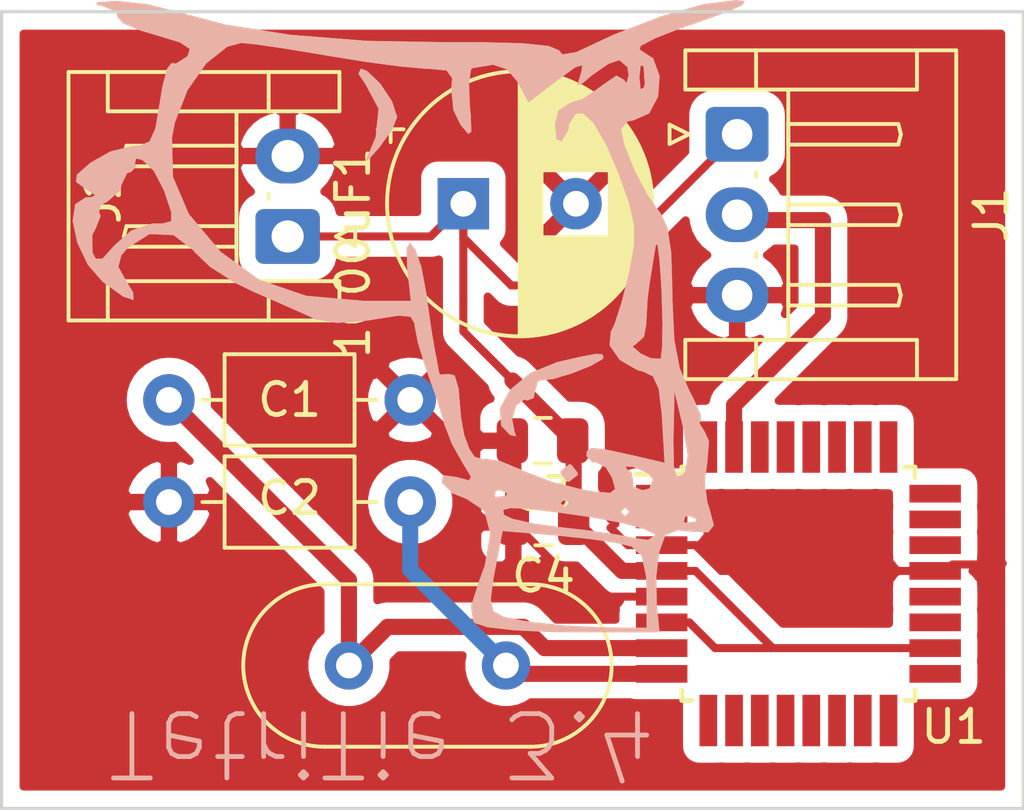
<source format=kicad_pcb>
(kicad_pcb (version 20171130) (host pcbnew "(5.1.2)-2")

  (general
    (thickness 1.6)
    (drawings 5)
    (tracks 55)
    (zones 0)
    (modules 10)
    (nets 6)
  )

  (page A4)
  (layers
    (0 F.Cu signal)
    (31 B.Cu signal)
    (32 B.Adhes user)
    (33 F.Adhes user)
    (34 B.Paste user)
    (35 F.Paste user)
    (36 B.SilkS user)
    (37 F.SilkS user)
    (38 B.Mask user)
    (39 F.Mask user)
    (40 Dwgs.User user hide)
    (41 Cmts.User user hide)
    (42 Eco1.User user hide)
    (43 Eco2.User user hide)
    (44 Edge.Cuts user)
    (45 Margin user)
    (46 B.CrtYd user hide)
    (47 F.CrtYd user)
    (48 B.Fab user)
    (49 F.Fab user hide)
  )

  (setup
    (last_trace_width 0.25)
    (user_trace_width 0.5)
    (trace_clearance 0.2)
    (zone_clearance 0.508)
    (zone_45_only no)
    (trace_min 0.2)
    (via_size 0.8)
    (via_drill 0.4)
    (via_min_size 0.4)
    (via_min_drill 0.3)
    (uvia_size 0.3)
    (uvia_drill 0.1)
    (uvias_allowed no)
    (uvia_min_size 0.2)
    (uvia_min_drill 0.1)
    (edge_width 0.05)
    (segment_width 0.2)
    (pcb_text_width 0.3)
    (pcb_text_size 1.5 1.5)
    (mod_edge_width 0.12)
    (mod_text_size 1 1)
    (mod_text_width 0.15)
    (pad_size 1.7 1.95)
    (pad_drill 0.95)
    (pad_to_mask_clearance 0.0508)
    (solder_mask_min_width 0.25)
    (aux_axis_origin 0 0)
    (visible_elements 7FFFFFFF)
    (pcbplotparams
      (layerselection 0x010fc_ffffffff)
      (usegerberextensions false)
      (usegerberattributes false)
      (usegerberadvancedattributes false)
      (creategerberjobfile false)
      (excludeedgelayer true)
      (linewidth 0.100000)
      (plotframeref false)
      (viasonmask false)
      (mode 1)
      (useauxorigin false)
      (hpglpennumber 1)
      (hpglpenspeed 20)
      (hpglpendiameter 15.000000)
      (psnegative false)
      (psa4output false)
      (plotreference true)
      (plotvalue true)
      (plotinvisibletext false)
      (padsonsilk false)
      (subtractmaskfromsilk false)
      (outputformat 1)
      (mirror false)
      (drillshape 0)
      (scaleselection 1)
      (outputdirectory "C:/Users/Nvme/Documents/TetrisTie/"))
  )

  (net 0 "")
  (net 1 GND)
  (net 2 +5V)
  (net 3 "Net-(16mhz1-Pad2)")
  (net 4 "Net-(16mhz1-Pad1)")
  (net 5 "Net-(J1-Pad2)")

  (net_class Default "This is the default net class."
    (clearance 0.2)
    (trace_width 0.25)
    (via_dia 0.8)
    (via_drill 0.4)
    (uvia_dia 0.3)
    (uvia_drill 0.1)
    (add_net +5V)
    (add_net GND)
    (add_net "Net-(16mhz1-Pad1)")
    (add_net "Net-(16mhz1-Pad2)")
    (add_net "Net-(J1-Pad2)")
  )

  (module fossil:fossil (layer B.Cu) (tedit 0) (tstamp 5D25A12D)
    (at 149.352 86.36)
    (fp_text reference G*** (at 0 0) (layer F.SilkS) hide
      (effects (font (size 1.524 1.524) (thickness 0.3)))
    )
    (fp_text value LOGO (at 0.75 0) (layer F.SilkS) hide
      (effects (font (size 1.524 1.524) (thickness 0.3)))
    )
    (fp_poly (pts (xy 5.072231 4.876539) (xy 5.08 4.812631) (xy 4.87654 4.553033) (xy 4.812632 4.545263)
      (xy 4.553033 4.748724) (xy 4.545264 4.812631) (xy 4.748724 5.07223) (xy 4.812632 5.08)
      (xy 5.072231 4.876539)) (layer B.SilkS) (width 0.01))
    (fp_poly (pts (xy 3.11518 3.541228) (xy 3.038828 3.126198) (xy 3.168575 2.712264) (xy 3.413839 2.528761)
      (xy 3.503806 2.557315) (xy 3.70935 2.480436) (xy 3.743158 2.288411) (xy 3.845465 1.955047)
      (xy 3.943685 1.929769) (xy 4.312553 1.890221) (xy 4.896649 1.71483) (xy 5.479638 1.483135)
      (xy 5.84519 1.274676) (xy 5.882106 1.217066) (xy 5.84179 1.119188) (xy 5.636719 1.111157)
      (xy 5.140707 1.206155) (xy 4.437963 1.367927) (xy 3.595525 1.710222) (xy 2.979039 2.227009)
      (xy 2.658535 2.809219) (xy 2.704044 3.347778) (xy 2.982364 3.635005) (xy 3.167244 3.666478)
      (xy 3.11518 3.541228)) (layer B.SilkS) (width 0.01))
    (fp_poly (pts (xy -1.435462 -4.919226) (xy -1.08457 -5.310147) (xy -0.695102 -5.849535) (xy -0.534736 -6.253287)
      (xy -0.692545 -6.739426) (xy -1.057963 -7.28728) (xy -1.468981 -7.680987) (xy -1.66081 -7.753684)
      (xy -1.732802 -7.593711) (xy -1.511965 -7.264737) (xy -1.110494 -6.510827) (xy -1.199029 -5.630511)
      (xy -1.351938 -5.262949) (xy -1.516553 -4.896055) (xy -1.435462 -4.919226)) (layer B.SilkS) (width 0.01))
    (fp_poly (pts (xy 7.532654 8.886631) (xy 7.521728 8.004468) (xy 7.610224 7.263459) (xy 7.801922 6.738604)
      (xy 8.179402 6.592702) (xy 8.566517 6.628753) (xy 9.134075 6.656199) (xy 9.309337 6.438033)
      (xy 9.157176 5.869288) (xy 9.110581 5.748421) (xy 9.022439 5.086094) (xy 9.102951 4.505473)
      (xy 9.157886 3.823246) (xy 9.010631 3.502841) (xy 8.847173 3.248832) (xy 8.898801 3.208421)
      (xy 8.897373 3.00476) (xy 8.674793 2.494315) (xy 8.551222 2.264499) (xy 8.246649 1.552919)
      (xy 8.079882 0.671556) (xy 8.022108 -0.545646) (xy 8.021053 -0.79114) (xy 7.984474 -2.02292)
      (xy 7.86441 -2.819427) (xy 7.645371 -3.275785) (xy 7.610272 -3.313638) (xy 7.240189 -3.831945)
      (xy 6.84601 -4.5884) (xy 6.53568 -5.351467) (xy 6.416842 -5.873518) (xy 6.632587 -6.119887)
      (xy 6.808488 -6.149474) (xy 7.298937 -6.366158) (xy 7.576382 -6.887636) (xy 7.623483 -7.521047)
      (xy 7.422894 -8.073529) (xy 7.005858 -8.344313) (xy 7.028362 -8.460392) (xy 7.474581 -8.694289)
      (xy 8.257851 -9.004277) (xy 8.689474 -9.154881) (xy 9.684675 -9.50595) (xy 10.198739 -9.731867)
      (xy 10.265495 -9.851548) (xy 9.993089 -9.88391) (xy 8.989377 -9.754827) (xy 7.675295 -9.381011)
      (xy 6.189739 -8.807733) (xy 5.032225 -8.266869) (xy 4.603933 -8.197101) (xy 4.487917 -8.326775)
      (xy 4.173342 -8.459441) (xy 3.349443 -8.543539) (xy 2.039575 -8.577372) (xy 1.088084 -8.57356)
      (xy -1.486412 -8.6175) (xy -3.843547 -8.805026) (xy -5.878158 -9.124361) (xy -7.36157 -9.519871)
      (xy -8.299594 -9.755748) (xy -9.224032 -9.857613) (xy -9.366833 -9.856221) (xy -9.878294 -9.813302)
      (xy -9.861987 -9.743591) (xy -9.68814 -9.703421) (xy -9.274344 -9.534483) (xy -9.220684 -9.3636)
      (xy -9.068415 -9.178336) (xy -8.528401 -8.946095) (xy -8.051083 -8.805017) (xy -7.286114 -8.573358)
      (xy -6.976922 -8.367303) (xy -7.048012 -8.139838) (xy -7.406599 -7.911792) (xy -7.542712 -7.924755)
      (xy -7.681009 -7.754054) (xy -7.830033 -7.192046) (xy -7.911368 -6.693534) (xy -8.045974 -5.892753)
      (xy -8.167617 -5.624675) (xy -7.532964 -5.624675) (xy -7.437992 -6.096935) (xy -7.046326 -7.093107)
      (xy -6.467532 -7.917906) (xy -5.811707 -8.440114) (xy -5.375168 -8.555424) (xy -4.92586 -8.510658)
      (xy -4.102428 -8.391731) (xy -3.056673 -8.221158) (xy -2.673684 -8.154737) (xy -1.518908 -7.968254)
      (xy -0.46731 -7.827984) (xy 0.295716 -7.757857) (xy 0.430819 -7.75405) (xy 1.002071 -7.699322)
      (xy 1.180217 -7.459482) (xy 1.150465 -7.152105) (xy 1.216391 -6.467717) (xy 1.434918 -6.01579)
      (xy 1.676354 -5.728736) (xy 1.770495 -5.797604) (xy 1.752511 -6.295795) (xy 1.723172 -6.617369)
      (xy 1.697832 -7.314619) (xy 1.76204 -7.727737) (xy 1.810006 -7.774141) (xy 2.221484 -7.838599)
      (xy 2.443008 -7.879742) (xy 2.887247 -7.731886) (xy 3.215526 -7.339357) (xy 3.550299 -6.713828)
      (xy 4.454187 -7.403257) (xy 5.002654 -7.797028) (xy 5.22101 -7.863976) (xy 5.186255 -7.623976)
      (xy 5.173701 -7.588974) (xy 5.071773 -7.251634) (xy 5.21155 -7.288979) (xy 5.523611 -7.553158)
      (xy 6.036744 -7.907136) (xy 6.371053 -8.021053) (xy 6.625877 -7.802438) (xy 6.663103 -7.553158)
      (xy 6.644149 -7.486316) (xy 6.993795 -7.486316) (xy 7.035813 -7.86588) (xy 7.128652 -7.820526)
      (xy 7.163966 -7.273131) (xy 7.128652 -7.152105) (xy 7.031065 -7.118518) (xy 6.993795 -7.486316)
      (xy 6.644149 -7.486316) (xy 6.592612 -7.304573) (xy 6.509768 -7.411582) (xy 6.27919 -7.537503)
      (xy 5.826043 -7.224046) (xy 5.81204 -7.211056) (xy 5.259163 -6.822682) (xy 4.829059 -6.684022)
      (xy 4.480187 -6.448644) (xy 4.373131 -6.01737) (xy 4.422906 -5.573788) (xy 4.573658 -5.498601)
      (xy 4.79012 -5.866208) (xy 4.812632 -6.051173) (xy 5.016301 -6.357584) (xy 5.242447 -6.369605)
      (xy 5.564289 -6.080258) (xy 5.965196 -5.394481) (xy 6.331962 -4.545263) (xy 6.678449 -3.574786)
      (xy 6.837023 -2.877367) (xy 6.829994 -2.234386) (xy 6.679673 -1.427221) (xy 6.659378 -1.336842)
      (xy 6.438684 -0.473892) (xy 6.223541 0.185522) (xy 6.10913 0.422989) (xy 6.070073 0.84594)
      (xy 6.094609 0.880715) (xy 6.78325 0.880715) (xy 6.881742 0.810236) (xy 7.137666 0.577511)
      (xy 7.206308 0.200526) (xy 7.246054 -0.561983) (xy 7.308865 -1.069474) (xy 7.431977 -1.823302)
      (xy 7.505319 -2.272632) (xy 7.557192 -2.291638) (xy 7.61684 -1.864152) (xy 7.673234 -1.078084)
      (xy 7.685489 -0.836749) (xy 7.714628 0.133781) (xy 7.705734 0.875707) (xy 7.66106 1.246119)
      (xy 7.652417 1.259864) (xy 7.352706 1.245721) (xy 7.038475 1.102112) (xy 6.78325 0.880715)
      (xy 6.094609 0.880715) (xy 6.390534 1.300126) (xy 6.934867 1.614899) (xy 7.085264 1.651002)
      (xy 7.41482 1.801784) (xy 7.597989 2.199055) (xy 7.691193 2.977548) (xy 7.699941 3.11888)
      (xy 7.737862 3.771602) (xy 8.052277 3.771602) (xy 8.053162 3.729789) (xy 8.08527 2.272631)
      (xy 8.361216 3.421735) (xy 8.503561 4.273465) (xy 8.413786 4.768556) (xy 8.329107 4.878893)
      (xy 8.150531 4.930505) (xy 8.063448 4.58304) (xy 8.052277 3.771602) (xy 7.737862 3.771602)
      (xy 7.779882 4.494858) (xy 6.764151 4.259071) (xy 5.949085 4.080823) (xy 5.525789 4.036124)
      (xy 5.367815 4.126656) (xy 5.347369 4.277895) (xy 5.542766 4.48534) (xy 5.640431 4.478421)
      (xy 5.898639 4.611091) (xy 6.551294 4.611091) (xy 6.795739 4.61682) (xy 7.276641 4.821804)
      (xy 7.419599 5.013158) (xy 7.306225 5.296926) (xy 7.091765 5.347368) (xy 6.791142 5.232944)
      (xy 6.803782 5.102836) (xy 6.748915 4.795919) (xy 6.619035 4.706498) (xy 6.551294 4.611091)
      (xy 5.898639 4.611091) (xy 5.954353 4.639717) (xy 6.149427 4.966864) (xy 6.243961 5.307832)
      (xy 6.088536 5.431828) (xy 5.567494 5.38654) (xy 5.254786 5.335739) (xy 4.295043 5.095997)
      (xy 3.389525 4.751019) (xy 3.278669 4.695728) (xy 2.648265 4.434388) (xy 2.212162 4.375785)
      (xy 2.170369 4.392159) (xy 1.880463 4.31514) (xy 1.71555 4.075833) (xy 1.550141 3.632894)
      (xy 1.450905 3.091175) (xy 1.379488 2.237392) (xy 1.376429 2.19001) (xy 1.252735 1.779531)
      (xy 1.069474 1.737895) (xy 0.798688 1.754002) (xy 0.767983 1.686832) (xy 0.691676 1.265607)
      (xy 0.627611 0.935789) (xy 0.527988 0.341594) (xy 0.406603 -0.501678) (xy 0.366979 -0.802105)
      (xy 0.218509 -1.589722) (xy 0.035675 -2.12344) (xy -0.131641 -2.340399) (xy -0.233559 -2.177739)
      (xy -0.220199 -1.5726) (xy -0.21646 -1.537369) (xy -0.107375 -0.534737) (xy -1.560036 -0.534737)
      (xy -3.363398 -0.693672) (xy -4.81854 -1.190848) (xy -6.014589 -2.056815) (xy -6.022506 -2.06449)
      (xy -7.009533 -3.236295) (xy -7.502705 -4.393639) (xy -7.532964 -5.624675) (xy -8.167617 -5.624675)
      (xy -8.22792 -5.49178) (xy -8.540374 -5.35689) (xy -8.748589 -5.347369) (xy -9.439065 -5.182898)
      (xy -10.062185 -4.832185) (xy -10.487882 -4.458745) (xy -10.513139 -4.235008) (xy -10.238041 -4.03821)
      (xy -9.915429 -3.8217) (xy -10.058144 -3.756432) (xy -10.214606 -3.751288) (xy -10.539032 -3.539603)
      (xy -10.615079 -3.020236) (xy -10.523922 -2.586486) (xy -10.009286 -2.586486) (xy -9.899564 -2.799015)
      (xy -9.751479 -3.172879) (xy -9.799535 -3.29357) (xy -9.742716 -3.511433) (xy -9.529847 -3.631786)
      (xy -9.151246 -3.961169) (xy -9.090526 -4.172816) (xy -8.927728 -4.509728) (xy -8.807378 -4.545263)
      (xy -8.646781 -4.708641) (xy -8.687581 -4.809569) (xy -8.645333 -4.963574) (xy -8.454674 -4.921817)
      (xy -8.095188 -4.579629) (xy -7.778019 -3.965222) (xy -7.772367 -3.949193) (xy -7.555049 -3.30031)
      (xy -7.551568 -3.013863) (xy -7.815057 -2.942269) (xy -8.135331 -2.941053) (xy -8.795106 -2.724342)
      (xy -9.309963 -2.272839) (xy -9.688261 -1.852296) (xy -9.897996 -1.841518) (xy -10.002403 -2.039359)
      (xy -10.009286 -2.586486) (xy -10.523922 -2.586486) (xy -10.472576 -2.34217) (xy -10.14135 -1.65439)
      (xy -9.691335 -1.137644) (xy -9.05568 -0.677045) (xy -8.726637 -0.565084) (xy -8.741336 -0.802567)
      (xy -8.936271 -1.121241) (xy -9.200395 -1.597452) (xy -9.105433 -1.955202) (xy -8.909993 -2.190715)
      (xy -8.226412 -2.614853) (xy -7.483572 -2.583331) (xy -6.862452 -2.108081) (xy -6.824737 -2.053231)
      (xy -6.35395 -1.60083) (xy -5.582839 -1.10704) (xy -5.013837 -0.827769) (xy -4.135243 -0.445583)
      (xy -3.388635 -0.114485) (xy -3.074736 0.028942) (xy -2.399039 0.146562) (xy -1.415233 0.066928)
      (xy -1.27 0.041157) (xy -0.499239 -0.079186) (xy -0.116957 -0.04694) (xy 0.006296 0.157478)
      (xy 0.011736 0.235045) (xy 0.109405 0.749956) (xy 0.338474 1.501827) (xy 0.423329 1.737895)
      (xy 0.704208 2.534232) (xy 0.907068 3.188915) (xy 0.937388 3.308547) (xy 1.168274 3.904985)
      (xy 1.484272 4.47008) (xy 1.760436 4.925543) (xy 1.701925 5.042864) (xy 1.327896 4.943476)
      (xy 0.897709 4.881248) (xy 0.857137 5.11141) (xy 1.184736 5.44018) (xy 1.395874 5.525614)
      (xy 2.495439 5.525614) (xy 2.532141 5.366664) (xy 2.673685 5.347368) (xy 2.893759 5.445194)
      (xy 2.85193 5.525614) (xy 2.534626 5.557613) (xy 2.495439 5.525614) (xy 1.395874 5.525614)
      (xy 1.624033 5.617935) (xy 1.821172 5.748421) (xy 4.545264 5.748421) (xy 4.678948 5.614737)
      (xy 4.812632 5.748421) (xy 4.678948 5.882105) (xy 4.545264 5.748421) (xy 1.821172 5.748421)
      (xy 2.143857 5.962005) (xy 2.763663 5.962005) (xy 2.990818 5.899662) (xy 3.539511 5.924987)
      (xy 4.285883 6.015789) (xy 6.416842 6.015789) (xy 6.550527 5.882105) (xy 6.684211 6.015789)
      (xy 6.550527 6.149474) (xy 6.416842 6.015789) (xy 4.285883 6.015789) (xy 4.484811 6.03999)
      (xy 5.470131 6.181975) (xy 6.269505 6.327719) (xy 8.377544 6.327719) (xy 8.414246 6.168769)
      (xy 8.55579 6.149474) (xy 8.775864 6.2473) (xy 8.734035 6.327719) (xy 8.416732 6.359718)
      (xy 8.377544 6.327719) (xy 6.269505 6.327719) (xy 6.428603 6.356726) (xy 7.140106 6.54779)
      (xy 7.475666 6.718966) (xy 7.486316 6.747896) (xy 7.272072 6.891728) (xy 6.884737 6.84436)
      (xy 6.300094 6.727251) (xy 5.401104 6.597452) (xy 4.603493 6.506341) (xy 3.708096 6.38507)
      (xy 3.046514 6.236697) (xy 2.782977 6.110007) (xy 2.763663 5.962005) (xy 2.143857 5.962005)
      (xy 2.172082 5.980687) (xy 2.363712 6.692831) (xy 2.19025 7.697536) (xy 2.014228 8.174521)
      (xy 1.830153 8.751934) (xy 2.372276 8.751934) (xy 2.45933 8.085417) (xy 2.594488 7.38368)
      (xy 2.744884 6.612623) (xy 4.514021 6.762765) (xy 5.499608 6.867116) (xy 6.317079 6.99049)
      (xy 6.751053 7.094532) (xy 7.070164 7.38808) (xy 7.206088 8.021843) (xy 7.218948 8.450711)
      (xy 7.218948 9.625263) (xy 5.815264 9.609855) (xy 4.74779 9.560381) (xy 3.696408 9.453636)
      (xy 3.342106 9.3983) (xy 2.766164 9.280377) (xy 2.458721 9.107587) (xy 2.372276 8.751934)
      (xy 1.830153 8.751934) (xy 1.764925 8.956541) (xy 1.828105 9.410576) (xy 1.878722 9.472074)
      (xy 2.270553 9.601637) (xy 3.089281 9.698229) (xy 4.227551 9.751633) (xy 4.892753 9.758947)
      (xy 7.62 9.758947) (xy 7.532654 8.886631)) (layer B.SilkS) (width 0.01))
  )

  (module Package_QFP:TQFP-32_7x7mm_P0.8mm (layer F.Cu) (tedit 5D2533E6) (tstamp 5D137B01)
    (at 161.29 94.615)
    (descr "32-Lead Plastic Thin Quad Flatpack (PT) - 7x7x1.0 mm Body, 2.00 mm [TQFP] (see Microchip Packaging Specification 00000049BS.pdf)")
    (tags "QFP 0.8")
    (path /5D1325B1)
    (attr smd)
    (fp_text reference U1 (at 4.826 4.445) (layer F.SilkS)
      (effects (font (size 1 1) (thickness 0.15)))
    )
    (fp_text value ATmega328-AU (at 0 6.05) (layer F.Fab)
      (effects (font (size 1 1) (thickness 0.15)))
    )
    (fp_line (start -3.625 -3.4) (end -5.05 -3.4) (layer F.SilkS) (width 0.15))
    (fp_line (start 3.625 -3.625) (end 3.3 -3.625) (layer F.SilkS) (width 0.15))
    (fp_line (start 3.625 3.625) (end 3.3 3.625) (layer F.SilkS) (width 0.15))
    (fp_line (start -3.625 3.625) (end -3.3 3.625) (layer F.SilkS) (width 0.15))
    (fp_line (start -3.625 -3.625) (end -3.3 -3.625) (layer F.SilkS) (width 0.15))
    (fp_line (start -3.625 3.625) (end -3.625 3.3) (layer F.SilkS) (width 0.15))
    (fp_line (start 3.625 3.625) (end 3.625 3.3) (layer F.SilkS) (width 0.15))
    (fp_line (start 3.625 -3.625) (end 3.625 -3.3) (layer F.SilkS) (width 0.15))
    (fp_line (start -3.625 -3.625) (end -3.625 -3.4) (layer F.SilkS) (width 0.15))
    (fp_line (start -5.3 5.3) (end 5.3 5.3) (layer F.CrtYd) (width 0.05))
    (fp_line (start -5.3 -5.3) (end 5.3 -5.3) (layer F.CrtYd) (width 0.05))
    (fp_line (start 5.3 -5.3) (end 5.3 5.3) (layer F.CrtYd) (width 0.05))
    (fp_line (start -5.3 -5.3) (end -5.3 5.3) (layer F.CrtYd) (width 0.05))
    (fp_line (start -3.5 -2.5) (end -2.5 -3.5) (layer F.Fab) (width 0.15))
    (fp_line (start -3.5 3.5) (end -3.5 -2.5) (layer F.Fab) (width 0.15))
    (fp_line (start 3.5 3.5) (end -3.5 3.5) (layer F.Fab) (width 0.15))
    (fp_line (start 3.5 -3.5) (end 3.5 3.5) (layer F.Fab) (width 0.15))
    (fp_line (start -2.5 -3.5) (end 3.5 -3.5) (layer F.Fab) (width 0.15))
    (fp_text user %R (at 0 0) (layer F.Fab)
      (effects (font (size 1 1) (thickness 0.15)))
    )
    (pad 32 smd rect (at -2.8 -4.25 90) (size 1.6 0.55) (layers F.Cu F.Paste F.Mask))
    (pad 31 smd rect (at -2 -4.25 90) (size 1.6 0.55) (layers F.Cu F.Paste F.Mask)
      (net 5 "Net-(J1-Pad2)"))
    (pad 30 smd rect (at -1.2 -4.25 90) (size 1.6 0.55) (layers F.Cu F.Paste F.Mask))
    (pad 29 smd rect (at -0.4 -4.25 90) (size 1.6 0.55) (layers F.Cu F.Paste F.Mask))
    (pad 28 smd rect (at 0.4 -4.25 90) (size 1.6 0.55) (layers F.Cu F.Paste F.Mask))
    (pad 27 smd rect (at 1.2 -4.25 90) (size 1.6 0.55) (layers F.Cu F.Paste F.Mask))
    (pad 26 smd rect (at 2 -4.25 90) (size 1.6 0.55) (layers F.Cu F.Paste F.Mask))
    (pad 25 smd rect (at 2.8 -4.25 90) (size 1.6 0.55) (layers F.Cu F.Paste F.Mask))
    (pad 24 smd rect (at 4.25 -2.8) (size 1.6 0.55) (layers F.Cu F.Paste F.Mask))
    (pad 23 smd rect (at 4.25 -2) (size 1.6 0.55) (layers F.Cu F.Paste F.Mask))
    (pad 22 smd rect (at 4.25 -1.2) (size 1.6 0.55) (layers F.Cu F.Paste F.Mask))
    (pad 21 smd rect (at 4.25 -0.4) (size 1.6 0.55) (layers F.Cu F.Paste F.Mask)
      (net 1 GND))
    (pad 20 smd rect (at 4.25 0.4) (size 1.6 0.55) (layers F.Cu F.Paste F.Mask))
    (pad 19 smd rect (at 4.25 1.2) (size 1.6 0.55) (layers F.Cu F.Paste F.Mask))
    (pad 18 smd rect (at 4.25 2) (size 1.6 0.55) (layers F.Cu F.Paste F.Mask)
      (net 2 +5V))
    (pad 17 smd rect (at 4.25 2.8) (size 1.6 0.55) (layers F.Cu F.Paste F.Mask))
    (pad 16 smd rect (at 2.8 4.25 90) (size 1.6 0.55) (layers F.Cu F.Paste F.Mask))
    (pad 15 smd rect (at 2 4.25 90) (size 1.6 0.55) (layers F.Cu F.Paste F.Mask))
    (pad 14 smd rect (at 1.2 4.25 90) (size 1.6 0.55) (layers F.Cu F.Paste F.Mask))
    (pad 13 smd rect (at 0.4 4.25 90) (size 1.6 0.55) (layers F.Cu F.Paste F.Mask))
    (pad 12 smd rect (at -0.4 4.25 90) (size 1.6 0.55) (layers F.Cu F.Paste F.Mask))
    (pad 11 smd rect (at -1.2 4.25 90) (size 1.6 0.55) (layers F.Cu F.Paste F.Mask))
    (pad 10 smd rect (at -2 4.25 90) (size 1.6 0.55) (layers F.Cu F.Paste F.Mask))
    (pad 9 smd rect (at -2.8 4.25 90) (size 1.6 0.55) (layers F.Cu F.Paste F.Mask))
    (pad 8 smd rect (at -4.25 2.8) (size 1.6 0.55) (layers F.Cu F.Paste F.Mask)
      (net 3 "Net-(16mhz1-Pad2)"))
    (pad 7 smd rect (at -4.25 2) (size 1.6 0.55) (layers F.Cu F.Paste F.Mask)
      (net 4 "Net-(16mhz1-Pad1)"))
    (pad 6 smd rect (at -4.25 1.2) (size 1.6 0.55) (layers F.Cu F.Paste F.Mask)
      (net 2 +5V))
    (pad 5 smd rect (at -4.25 0.4) (size 1.6 0.55) (layers F.Cu F.Paste F.Mask)
      (net 1 GND))
    (pad 4 smd rect (at -4.25 -0.4) (size 1.6 0.55) (layers F.Cu F.Paste F.Mask)
      (net 2 +5V))
    (pad 3 smd rect (at -4.25 -1.2) (size 1.6 0.55) (layers F.Cu F.Paste F.Mask)
      (net 1 GND))
    (pad 2 smd rect (at -4.25 -2) (size 1.6 0.55) (layers F.Cu F.Paste F.Mask))
    (pad 1 smd rect (at -4.25 -2.8) (size 1.6 0.55) (layers F.Cu F.Paste F.Mask))
    (model ${KISYS3DMOD}/Package_QFP.3dshapes/TQFP-32_7x7mm_P0.8mm.wrl
      (at (xyz 0 0 0))
      (scale (xyz 1 1 1))
      (rotate (xyz 0 0 0))
    )
  )

  (module Capacitor_THT:CP_Radial_D8.0mm_P3.50mm (layer F.Cu) (tedit 5AE50EF0) (tstamp 5D137A6C)
    (at 150.876 82.804)
    (descr "CP, Radial series, Radial, pin pitch=3.50mm, , diameter=8mm, Electrolytic Capacitor")
    (tags "CP Radial series Radial pin pitch 3.50mm  diameter 8mm Electrolytic Capacitor")
    (path /5D1351B3)
    (fp_text reference 1000uF1 (at -3.429 1.524 270) (layer F.SilkS)
      (effects (font (size 1 1) (thickness 0.15)))
    )
    (fp_text value CP (at 1.75 5.25) (layer F.Fab)
      (effects (font (size 1 1) (thickness 0.15)))
    )
    (fp_circle (center 1.75 0) (end 5.75 0) (layer F.Fab) (width 0.1))
    (fp_circle (center 1.75 0) (end 5.87 0) (layer F.SilkS) (width 0.12))
    (fp_circle (center 1.75 0) (end 6 0) (layer F.CrtYd) (width 0.05))
    (fp_line (start -1.676759 -1.7475) (end -0.876759 -1.7475) (layer F.Fab) (width 0.1))
    (fp_line (start -1.276759 -2.1475) (end -1.276759 -1.3475) (layer F.Fab) (width 0.1))
    (fp_line (start 1.75 -4.08) (end 1.75 4.08) (layer F.SilkS) (width 0.12))
    (fp_line (start 1.79 -4.08) (end 1.79 4.08) (layer F.SilkS) (width 0.12))
    (fp_line (start 1.83 -4.08) (end 1.83 4.08) (layer F.SilkS) (width 0.12))
    (fp_line (start 1.87 -4.079) (end 1.87 4.079) (layer F.SilkS) (width 0.12))
    (fp_line (start 1.91 -4.077) (end 1.91 4.077) (layer F.SilkS) (width 0.12))
    (fp_line (start 1.95 -4.076) (end 1.95 4.076) (layer F.SilkS) (width 0.12))
    (fp_line (start 1.99 -4.074) (end 1.99 4.074) (layer F.SilkS) (width 0.12))
    (fp_line (start 2.03 -4.071) (end 2.03 4.071) (layer F.SilkS) (width 0.12))
    (fp_line (start 2.07 -4.068) (end 2.07 4.068) (layer F.SilkS) (width 0.12))
    (fp_line (start 2.11 -4.065) (end 2.11 4.065) (layer F.SilkS) (width 0.12))
    (fp_line (start 2.15 -4.061) (end 2.15 4.061) (layer F.SilkS) (width 0.12))
    (fp_line (start 2.19 -4.057) (end 2.19 4.057) (layer F.SilkS) (width 0.12))
    (fp_line (start 2.23 -4.052) (end 2.23 4.052) (layer F.SilkS) (width 0.12))
    (fp_line (start 2.27 -4.048) (end 2.27 4.048) (layer F.SilkS) (width 0.12))
    (fp_line (start 2.31 -4.042) (end 2.31 4.042) (layer F.SilkS) (width 0.12))
    (fp_line (start 2.35 -4.037) (end 2.35 4.037) (layer F.SilkS) (width 0.12))
    (fp_line (start 2.39 -4.03) (end 2.39 4.03) (layer F.SilkS) (width 0.12))
    (fp_line (start 2.43 -4.024) (end 2.43 4.024) (layer F.SilkS) (width 0.12))
    (fp_line (start 2.471 -4.017) (end 2.471 -1.04) (layer F.SilkS) (width 0.12))
    (fp_line (start 2.471 1.04) (end 2.471 4.017) (layer F.SilkS) (width 0.12))
    (fp_line (start 2.511 -4.01) (end 2.511 -1.04) (layer F.SilkS) (width 0.12))
    (fp_line (start 2.511 1.04) (end 2.511 4.01) (layer F.SilkS) (width 0.12))
    (fp_line (start 2.551 -4.002) (end 2.551 -1.04) (layer F.SilkS) (width 0.12))
    (fp_line (start 2.551 1.04) (end 2.551 4.002) (layer F.SilkS) (width 0.12))
    (fp_line (start 2.591 -3.994) (end 2.591 -1.04) (layer F.SilkS) (width 0.12))
    (fp_line (start 2.591 1.04) (end 2.591 3.994) (layer F.SilkS) (width 0.12))
    (fp_line (start 2.631 -3.985) (end 2.631 -1.04) (layer F.SilkS) (width 0.12))
    (fp_line (start 2.631 1.04) (end 2.631 3.985) (layer F.SilkS) (width 0.12))
    (fp_line (start 2.671 -3.976) (end 2.671 -1.04) (layer F.SilkS) (width 0.12))
    (fp_line (start 2.671 1.04) (end 2.671 3.976) (layer F.SilkS) (width 0.12))
    (fp_line (start 2.711 -3.967) (end 2.711 -1.04) (layer F.SilkS) (width 0.12))
    (fp_line (start 2.711 1.04) (end 2.711 3.967) (layer F.SilkS) (width 0.12))
    (fp_line (start 2.751 -3.957) (end 2.751 -1.04) (layer F.SilkS) (width 0.12))
    (fp_line (start 2.751 1.04) (end 2.751 3.957) (layer F.SilkS) (width 0.12))
    (fp_line (start 2.791 -3.947) (end 2.791 -1.04) (layer F.SilkS) (width 0.12))
    (fp_line (start 2.791 1.04) (end 2.791 3.947) (layer F.SilkS) (width 0.12))
    (fp_line (start 2.831 -3.936) (end 2.831 -1.04) (layer F.SilkS) (width 0.12))
    (fp_line (start 2.831 1.04) (end 2.831 3.936) (layer F.SilkS) (width 0.12))
    (fp_line (start 2.871 -3.925) (end 2.871 -1.04) (layer F.SilkS) (width 0.12))
    (fp_line (start 2.871 1.04) (end 2.871 3.925) (layer F.SilkS) (width 0.12))
    (fp_line (start 2.911 -3.914) (end 2.911 -1.04) (layer F.SilkS) (width 0.12))
    (fp_line (start 2.911 1.04) (end 2.911 3.914) (layer F.SilkS) (width 0.12))
    (fp_line (start 2.951 -3.902) (end 2.951 -1.04) (layer F.SilkS) (width 0.12))
    (fp_line (start 2.951 1.04) (end 2.951 3.902) (layer F.SilkS) (width 0.12))
    (fp_line (start 2.991 -3.889) (end 2.991 -1.04) (layer F.SilkS) (width 0.12))
    (fp_line (start 2.991 1.04) (end 2.991 3.889) (layer F.SilkS) (width 0.12))
    (fp_line (start 3.031 -3.877) (end 3.031 -1.04) (layer F.SilkS) (width 0.12))
    (fp_line (start 3.031 1.04) (end 3.031 3.877) (layer F.SilkS) (width 0.12))
    (fp_line (start 3.071 -3.863) (end 3.071 -1.04) (layer F.SilkS) (width 0.12))
    (fp_line (start 3.071 1.04) (end 3.071 3.863) (layer F.SilkS) (width 0.12))
    (fp_line (start 3.111 -3.85) (end 3.111 -1.04) (layer F.SilkS) (width 0.12))
    (fp_line (start 3.111 1.04) (end 3.111 3.85) (layer F.SilkS) (width 0.12))
    (fp_line (start 3.151 -3.835) (end 3.151 -1.04) (layer F.SilkS) (width 0.12))
    (fp_line (start 3.151 1.04) (end 3.151 3.835) (layer F.SilkS) (width 0.12))
    (fp_line (start 3.191 -3.821) (end 3.191 -1.04) (layer F.SilkS) (width 0.12))
    (fp_line (start 3.191 1.04) (end 3.191 3.821) (layer F.SilkS) (width 0.12))
    (fp_line (start 3.231 -3.805) (end 3.231 -1.04) (layer F.SilkS) (width 0.12))
    (fp_line (start 3.231 1.04) (end 3.231 3.805) (layer F.SilkS) (width 0.12))
    (fp_line (start 3.271 -3.79) (end 3.271 -1.04) (layer F.SilkS) (width 0.12))
    (fp_line (start 3.271 1.04) (end 3.271 3.79) (layer F.SilkS) (width 0.12))
    (fp_line (start 3.311 -3.774) (end 3.311 -1.04) (layer F.SilkS) (width 0.12))
    (fp_line (start 3.311 1.04) (end 3.311 3.774) (layer F.SilkS) (width 0.12))
    (fp_line (start 3.351 -3.757) (end 3.351 -1.04) (layer F.SilkS) (width 0.12))
    (fp_line (start 3.351 1.04) (end 3.351 3.757) (layer F.SilkS) (width 0.12))
    (fp_line (start 3.391 -3.74) (end 3.391 -1.04) (layer F.SilkS) (width 0.12))
    (fp_line (start 3.391 1.04) (end 3.391 3.74) (layer F.SilkS) (width 0.12))
    (fp_line (start 3.431 -3.722) (end 3.431 -1.04) (layer F.SilkS) (width 0.12))
    (fp_line (start 3.431 1.04) (end 3.431 3.722) (layer F.SilkS) (width 0.12))
    (fp_line (start 3.471 -3.704) (end 3.471 -1.04) (layer F.SilkS) (width 0.12))
    (fp_line (start 3.471 1.04) (end 3.471 3.704) (layer F.SilkS) (width 0.12))
    (fp_line (start 3.511 -3.686) (end 3.511 -1.04) (layer F.SilkS) (width 0.12))
    (fp_line (start 3.511 1.04) (end 3.511 3.686) (layer F.SilkS) (width 0.12))
    (fp_line (start 3.551 -3.666) (end 3.551 -1.04) (layer F.SilkS) (width 0.12))
    (fp_line (start 3.551 1.04) (end 3.551 3.666) (layer F.SilkS) (width 0.12))
    (fp_line (start 3.591 -3.647) (end 3.591 -1.04) (layer F.SilkS) (width 0.12))
    (fp_line (start 3.591 1.04) (end 3.591 3.647) (layer F.SilkS) (width 0.12))
    (fp_line (start 3.631 -3.627) (end 3.631 -1.04) (layer F.SilkS) (width 0.12))
    (fp_line (start 3.631 1.04) (end 3.631 3.627) (layer F.SilkS) (width 0.12))
    (fp_line (start 3.671 -3.606) (end 3.671 -1.04) (layer F.SilkS) (width 0.12))
    (fp_line (start 3.671 1.04) (end 3.671 3.606) (layer F.SilkS) (width 0.12))
    (fp_line (start 3.711 -3.584) (end 3.711 -1.04) (layer F.SilkS) (width 0.12))
    (fp_line (start 3.711 1.04) (end 3.711 3.584) (layer F.SilkS) (width 0.12))
    (fp_line (start 3.751 -3.562) (end 3.751 -1.04) (layer F.SilkS) (width 0.12))
    (fp_line (start 3.751 1.04) (end 3.751 3.562) (layer F.SilkS) (width 0.12))
    (fp_line (start 3.791 -3.54) (end 3.791 -1.04) (layer F.SilkS) (width 0.12))
    (fp_line (start 3.791 1.04) (end 3.791 3.54) (layer F.SilkS) (width 0.12))
    (fp_line (start 3.831 -3.517) (end 3.831 -1.04) (layer F.SilkS) (width 0.12))
    (fp_line (start 3.831 1.04) (end 3.831 3.517) (layer F.SilkS) (width 0.12))
    (fp_line (start 3.871 -3.493) (end 3.871 -1.04) (layer F.SilkS) (width 0.12))
    (fp_line (start 3.871 1.04) (end 3.871 3.493) (layer F.SilkS) (width 0.12))
    (fp_line (start 3.911 -3.469) (end 3.911 -1.04) (layer F.SilkS) (width 0.12))
    (fp_line (start 3.911 1.04) (end 3.911 3.469) (layer F.SilkS) (width 0.12))
    (fp_line (start 3.951 -3.444) (end 3.951 -1.04) (layer F.SilkS) (width 0.12))
    (fp_line (start 3.951 1.04) (end 3.951 3.444) (layer F.SilkS) (width 0.12))
    (fp_line (start 3.991 -3.418) (end 3.991 -1.04) (layer F.SilkS) (width 0.12))
    (fp_line (start 3.991 1.04) (end 3.991 3.418) (layer F.SilkS) (width 0.12))
    (fp_line (start 4.031 -3.392) (end 4.031 -1.04) (layer F.SilkS) (width 0.12))
    (fp_line (start 4.031 1.04) (end 4.031 3.392) (layer F.SilkS) (width 0.12))
    (fp_line (start 4.071 -3.365) (end 4.071 -1.04) (layer F.SilkS) (width 0.12))
    (fp_line (start 4.071 1.04) (end 4.071 3.365) (layer F.SilkS) (width 0.12))
    (fp_line (start 4.111 -3.338) (end 4.111 -1.04) (layer F.SilkS) (width 0.12))
    (fp_line (start 4.111 1.04) (end 4.111 3.338) (layer F.SilkS) (width 0.12))
    (fp_line (start 4.151 -3.309) (end 4.151 -1.04) (layer F.SilkS) (width 0.12))
    (fp_line (start 4.151 1.04) (end 4.151 3.309) (layer F.SilkS) (width 0.12))
    (fp_line (start 4.191 -3.28) (end 4.191 -1.04) (layer F.SilkS) (width 0.12))
    (fp_line (start 4.191 1.04) (end 4.191 3.28) (layer F.SilkS) (width 0.12))
    (fp_line (start 4.231 -3.25) (end 4.231 -1.04) (layer F.SilkS) (width 0.12))
    (fp_line (start 4.231 1.04) (end 4.231 3.25) (layer F.SilkS) (width 0.12))
    (fp_line (start 4.271 -3.22) (end 4.271 -1.04) (layer F.SilkS) (width 0.12))
    (fp_line (start 4.271 1.04) (end 4.271 3.22) (layer F.SilkS) (width 0.12))
    (fp_line (start 4.311 -3.189) (end 4.311 -1.04) (layer F.SilkS) (width 0.12))
    (fp_line (start 4.311 1.04) (end 4.311 3.189) (layer F.SilkS) (width 0.12))
    (fp_line (start 4.351 -3.156) (end 4.351 -1.04) (layer F.SilkS) (width 0.12))
    (fp_line (start 4.351 1.04) (end 4.351 3.156) (layer F.SilkS) (width 0.12))
    (fp_line (start 4.391 -3.124) (end 4.391 -1.04) (layer F.SilkS) (width 0.12))
    (fp_line (start 4.391 1.04) (end 4.391 3.124) (layer F.SilkS) (width 0.12))
    (fp_line (start 4.431 -3.09) (end 4.431 -1.04) (layer F.SilkS) (width 0.12))
    (fp_line (start 4.431 1.04) (end 4.431 3.09) (layer F.SilkS) (width 0.12))
    (fp_line (start 4.471 -3.055) (end 4.471 -1.04) (layer F.SilkS) (width 0.12))
    (fp_line (start 4.471 1.04) (end 4.471 3.055) (layer F.SilkS) (width 0.12))
    (fp_line (start 4.511 -3.019) (end 4.511 -1.04) (layer F.SilkS) (width 0.12))
    (fp_line (start 4.511 1.04) (end 4.511 3.019) (layer F.SilkS) (width 0.12))
    (fp_line (start 4.551 -2.983) (end 4.551 2.983) (layer F.SilkS) (width 0.12))
    (fp_line (start 4.591 -2.945) (end 4.591 2.945) (layer F.SilkS) (width 0.12))
    (fp_line (start 4.631 -2.907) (end 4.631 2.907) (layer F.SilkS) (width 0.12))
    (fp_line (start 4.671 -2.867) (end 4.671 2.867) (layer F.SilkS) (width 0.12))
    (fp_line (start 4.711 -2.826) (end 4.711 2.826) (layer F.SilkS) (width 0.12))
    (fp_line (start 4.751 -2.784) (end 4.751 2.784) (layer F.SilkS) (width 0.12))
    (fp_line (start 4.791 -2.741) (end 4.791 2.741) (layer F.SilkS) (width 0.12))
    (fp_line (start 4.831 -2.697) (end 4.831 2.697) (layer F.SilkS) (width 0.12))
    (fp_line (start 4.871 -2.651) (end 4.871 2.651) (layer F.SilkS) (width 0.12))
    (fp_line (start 4.911 -2.604) (end 4.911 2.604) (layer F.SilkS) (width 0.12))
    (fp_line (start 4.951 -2.556) (end 4.951 2.556) (layer F.SilkS) (width 0.12))
    (fp_line (start 4.991 -2.505) (end 4.991 2.505) (layer F.SilkS) (width 0.12))
    (fp_line (start 5.031 -2.454) (end 5.031 2.454) (layer F.SilkS) (width 0.12))
    (fp_line (start 5.071 -2.4) (end 5.071 2.4) (layer F.SilkS) (width 0.12))
    (fp_line (start 5.111 -2.345) (end 5.111 2.345) (layer F.SilkS) (width 0.12))
    (fp_line (start 5.151 -2.287) (end 5.151 2.287) (layer F.SilkS) (width 0.12))
    (fp_line (start 5.191 -2.228) (end 5.191 2.228) (layer F.SilkS) (width 0.12))
    (fp_line (start 5.231 -2.166) (end 5.231 2.166) (layer F.SilkS) (width 0.12))
    (fp_line (start 5.271 -2.102) (end 5.271 2.102) (layer F.SilkS) (width 0.12))
    (fp_line (start 5.311 -2.034) (end 5.311 2.034) (layer F.SilkS) (width 0.12))
    (fp_line (start 5.351 -1.964) (end 5.351 1.964) (layer F.SilkS) (width 0.12))
    (fp_line (start 5.391 -1.89) (end 5.391 1.89) (layer F.SilkS) (width 0.12))
    (fp_line (start 5.431 -1.813) (end 5.431 1.813) (layer F.SilkS) (width 0.12))
    (fp_line (start 5.471 -1.731) (end 5.471 1.731) (layer F.SilkS) (width 0.12))
    (fp_line (start 5.511 -1.645) (end 5.511 1.645) (layer F.SilkS) (width 0.12))
    (fp_line (start 5.551 -1.552) (end 5.551 1.552) (layer F.SilkS) (width 0.12))
    (fp_line (start 5.591 -1.453) (end 5.591 1.453) (layer F.SilkS) (width 0.12))
    (fp_line (start 5.631 -1.346) (end 5.631 1.346) (layer F.SilkS) (width 0.12))
    (fp_line (start 5.671 -1.229) (end 5.671 1.229) (layer F.SilkS) (width 0.12))
    (fp_line (start 5.711 -1.098) (end 5.711 1.098) (layer F.SilkS) (width 0.12))
    (fp_line (start 5.751 -0.948) (end 5.751 0.948) (layer F.SilkS) (width 0.12))
    (fp_line (start 5.791 -0.768) (end 5.791 0.768) (layer F.SilkS) (width 0.12))
    (fp_line (start 5.831 -0.533) (end 5.831 0.533) (layer F.SilkS) (width 0.12))
    (fp_line (start -2.659698 -2.315) (end -1.859698 -2.315) (layer F.SilkS) (width 0.12))
    (fp_line (start -2.259698 -2.715) (end -2.259698 -1.915) (layer F.SilkS) (width 0.12))
    (fp_text user %R (at 1.75 0 90) (layer F.Fab)
      (effects (font (size 1 1) (thickness 0.15)))
    )
    (pad 1 thru_hole rect (at 0 0) (size 1.6 1.6) (drill 0.8) (layers *.Cu *.Mask)
      (net 2 +5V))
    (pad 2 thru_hole circle (at 3.5 0) (size 1.6 1.6) (drill 0.8) (layers *.Cu *.Mask)
      (net 1 GND))
    (model ${KISYS3DMOD}/Capacitor_THT.3dshapes/CP_Radial_D8.0mm_P3.50mm.wrl
      (at (xyz 0 0 0))
      (scale (xyz 1 1 1))
      (rotate (xyz 0 0 0))
    )
  )

  (module Crystal:Crystal_HC49-4H_Vertical (layer F.Cu) (tedit 5A1AD3B7) (tstamp 5D137A8F)
    (at 147.32 97.155)
    (descr "Crystal THT HC-49-4H http://5hertz.com/pdfs/04404_D.pdf")
    (tags "THT crystalHC-49-4H")
    (path /5D14917B)
    (fp_text reference 16mhz1 (at 2.44 -3.525) (layer B.SilkS) hide
      (effects (font (size 1 1) (thickness 0.15)))
    )
    (fp_text value Crystal (at 2.44 3.525) (layer F.Fab)
      (effects (font (size 1 1) (thickness 0.15)))
    )
    (fp_arc (start 5.64 0) (end 5.64 -2.525) (angle 180) (layer F.SilkS) (width 0.12))
    (fp_arc (start -0.76 0) (end -0.76 -2.525) (angle -180) (layer F.SilkS) (width 0.12))
    (fp_arc (start 5.44 0) (end 5.44 -2) (angle 180) (layer F.Fab) (width 0.1))
    (fp_arc (start -0.56 0) (end -0.56 -2) (angle -180) (layer F.Fab) (width 0.1))
    (fp_arc (start 5.64 0) (end 5.64 -2.325) (angle 180) (layer F.Fab) (width 0.1))
    (fp_arc (start -0.76 0) (end -0.76 -2.325) (angle -180) (layer F.Fab) (width 0.1))
    (fp_line (start 8.5 -2.8) (end -3.6 -2.8) (layer F.CrtYd) (width 0.05))
    (fp_line (start 8.5 2.8) (end 8.5 -2.8) (layer F.CrtYd) (width 0.05))
    (fp_line (start -3.6 2.8) (end 8.5 2.8) (layer F.CrtYd) (width 0.05))
    (fp_line (start -3.6 -2.8) (end -3.6 2.8) (layer F.CrtYd) (width 0.05))
    (fp_line (start -0.76 2.525) (end 5.64 2.525) (layer F.SilkS) (width 0.12))
    (fp_line (start -0.76 -2.525) (end 5.64 -2.525) (layer F.SilkS) (width 0.12))
    (fp_line (start -0.56 2) (end 5.44 2) (layer F.Fab) (width 0.1))
    (fp_line (start -0.56 -2) (end 5.44 -2) (layer F.Fab) (width 0.1))
    (fp_line (start -0.76 2.325) (end 5.64 2.325) (layer F.Fab) (width 0.1))
    (fp_line (start -0.76 -2.325) (end 5.64 -2.325) (layer F.Fab) (width 0.1))
    (fp_text user %R (at 2.44 0) (layer F.Fab)
      (effects (font (size 1 1) (thickness 0.15)))
    )
    (pad 2 thru_hole circle (at 4.88 0) (size 1.5 1.5) (drill 0.8) (layers *.Cu *.Mask)
      (net 3 "Net-(16mhz1-Pad2)"))
    (pad 1 thru_hole circle (at 0 0) (size 1.5 1.5) (drill 0.8) (layers *.Cu *.Mask)
      (net 4 "Net-(16mhz1-Pad1)"))
    (model ${KISYS3DMOD}/Crystal.3dshapes/Crystal_HC49-4H_Vertical.wrl
      (at (xyz 0 0 0))
      (scale (xyz 1 1 1))
      (rotate (xyz 0 0 0))
    )
  )

  (module Capacitor_THT:C_Axial_L3.8mm_D2.6mm_P7.50mm_Horizontal (layer F.Cu) (tedit 5AE50EF0) (tstamp 5D1D8457)
    (at 149.225 88.9 180)
    (descr "C, Axial series, Axial, Horizontal, pin pitch=7.5mm, , length*diameter=3.8*2.6mm^2, http://www.vishay.com/docs/45231/arseries.pdf")
    (tags "C Axial series Axial Horizontal pin pitch 7.5mm  length 3.8mm diameter 2.6mm")
    (path /5D1D408B)
    (fp_text reference C1 (at 3.75 0) (layer F.SilkS)
      (effects (font (size 1 1) (thickness 0.15)))
    )
    (fp_text value 22pF (at 3.75 2.42) (layer F.Fab)
      (effects (font (size 1 1) (thickness 0.15)))
    )
    (fp_text user %R (at 3.75 0 270) (layer F.Fab)
      (effects (font (size 0.76 0.76) (thickness 0.114)))
    )
    (fp_line (start 8.55 -1.55) (end -1.05 -1.55) (layer F.CrtYd) (width 0.05))
    (fp_line (start 8.55 1.55) (end 8.55 -1.55) (layer F.CrtYd) (width 0.05))
    (fp_line (start -1.05 1.55) (end 8.55 1.55) (layer F.CrtYd) (width 0.05))
    (fp_line (start -1.05 -1.55) (end -1.05 1.55) (layer F.CrtYd) (width 0.05))
    (fp_line (start 6.46 0) (end 5.77 0) (layer F.SilkS) (width 0.12))
    (fp_line (start 1.04 0) (end 1.73 0) (layer F.SilkS) (width 0.12))
    (fp_line (start 5.77 -1.42) (end 1.73 -1.42) (layer F.SilkS) (width 0.12))
    (fp_line (start 5.77 1.42) (end 5.77 -1.42) (layer F.SilkS) (width 0.12))
    (fp_line (start 1.73 1.42) (end 5.77 1.42) (layer F.SilkS) (width 0.12))
    (fp_line (start 1.73 -1.42) (end 1.73 1.42) (layer F.SilkS) (width 0.12))
    (fp_line (start 7.5 0) (end 5.65 0) (layer F.Fab) (width 0.1))
    (fp_line (start 0 0) (end 1.85 0) (layer F.Fab) (width 0.1))
    (fp_line (start 5.65 -1.3) (end 1.85 -1.3) (layer F.Fab) (width 0.1))
    (fp_line (start 5.65 1.3) (end 5.65 -1.3) (layer F.Fab) (width 0.1))
    (fp_line (start 1.85 1.3) (end 5.65 1.3) (layer F.Fab) (width 0.1))
    (fp_line (start 1.85 -1.3) (end 1.85 1.3) (layer F.Fab) (width 0.1))
    (pad 2 thru_hole oval (at 7.5 0 180) (size 1.6 1.6) (drill 0.8) (layers *.Cu *.Mask)
      (net 4 "Net-(16mhz1-Pad1)"))
    (pad 1 thru_hole circle (at 0 0 180) (size 1.6 1.6) (drill 0.8) (layers *.Cu *.Mask)
      (net 1 GND))
    (model ${KISYS3DMOD}/Capacitor_THT.3dshapes/C_Axial_L3.8mm_D2.6mm_P7.50mm_Horizontal.wrl
      (at (xyz 0 0 0))
      (scale (xyz 1 1 1))
      (rotate (xyz 0 0 0))
    )
  )

  (module Connector_JST:JST_EH_S3B-EH_1x03_P2.50mm_Horizontal (layer F.Cu) (tedit 5D2FD7CA) (tstamp 5D137ACA)
    (at 159.385 80.645 270)
    (descr "JST EH series connector, S3B-EH (http://www.jst-mfg.com/product/pdf/eng/eEH.pdf), generated with kicad-footprint-generator")
    (tags "connector JST EH horizontal")
    (path /5D13A4C1)
    (fp_text reference J1 (at 2.5 -7.9 90) (layer F.SilkS)
      (effects (font (size 1 1) (thickness 0.15)))
    )
    (fp_text value Conn_01x03_Male (at 2.5 2.7 90) (layer F.Fab)
      (effects (font (size 1 1) (thickness 0.15)))
    )
    (fp_text user %R (at 2.5 -2.6 90) (layer F.Fab)
      (effects (font (size 1 1) (thickness 0.15)))
    )
    (fp_line (start 0 -1.407107) (end 0.5 -0.7) (layer F.Fab) (width 0.1))
    (fp_line (start -0.5 -0.7) (end 0 -1.407107) (layer F.Fab) (width 0.1))
    (fp_line (start 0.3 2.1) (end 0 1.5) (layer F.SilkS) (width 0.12))
    (fp_line (start -0.3 2.1) (end 0.3 2.1) (layer F.SilkS) (width 0.12))
    (fp_line (start 0 1.5) (end -0.3 2.1) (layer F.SilkS) (width 0.12))
    (fp_line (start 5.32 -1.59) (end 5 -1.59) (layer F.SilkS) (width 0.12))
    (fp_line (start 5.32 -5.01) (end 5.32 -1.59) (layer F.SilkS) (width 0.12))
    (fp_line (start 5 -5.09) (end 5.32 -5.01) (layer F.SilkS) (width 0.12))
    (fp_line (start 4.68 -5.01) (end 5 -5.09) (layer F.SilkS) (width 0.12))
    (fp_line (start 4.68 -1.59) (end 4.68 -5.01) (layer F.SilkS) (width 0.12))
    (fp_line (start 5 -1.59) (end 4.68 -1.59) (layer F.SilkS) (width 0.12))
    (fp_line (start 3.67 -0.59) (end 3.83 -0.59) (layer F.SilkS) (width 0.12))
    (fp_line (start 2.82 -1.59) (end 2.5 -1.59) (layer F.SilkS) (width 0.12))
    (fp_line (start 2.82 -5.01) (end 2.82 -1.59) (layer F.SilkS) (width 0.12))
    (fp_line (start 2.5 -5.09) (end 2.82 -5.01) (layer F.SilkS) (width 0.12))
    (fp_line (start 2.18 -5.01) (end 2.5 -5.09) (layer F.SilkS) (width 0.12))
    (fp_line (start 2.18 -1.59) (end 2.18 -5.01) (layer F.SilkS) (width 0.12))
    (fp_line (start 2.5 -1.59) (end 2.18 -1.59) (layer F.SilkS) (width 0.12))
    (fp_line (start 1.17 -0.59) (end 1.33 -0.59) (layer F.SilkS) (width 0.12))
    (fp_line (start 0.32 -1.59) (end 0 -1.59) (layer F.SilkS) (width 0.12))
    (fp_line (start 0.32 -5.01) (end 0.32 -1.59) (layer F.SilkS) (width 0.12))
    (fp_line (start 0 -5.09) (end 0.32 -5.01) (layer F.SilkS) (width 0.12))
    (fp_line (start -0.32 -5.01) (end 0 -5.09) (layer F.SilkS) (width 0.12))
    (fp_line (start -0.32 -1.59) (end -0.32 -5.01) (layer F.SilkS) (width 0.12))
    (fp_line (start 0 -1.59) (end -0.32 -1.59) (layer F.SilkS) (width 0.12))
    (fp_line (start -1.39 -1.59) (end 6.39 -1.59) (layer F.SilkS) (width 0.12))
    (fp_line (start 6.39 -0.59) (end 7.61 -0.59) (layer F.SilkS) (width 0.12))
    (fp_line (start 6.39 -5.59) (end 6.39 -0.59) (layer F.SilkS) (width 0.12))
    (fp_line (start 7.61 -5.59) (end 6.39 -5.59) (layer F.SilkS) (width 0.12))
    (fp_line (start -1.39 -0.59) (end -2.61 -0.59) (layer F.SilkS) (width 0.12))
    (fp_line (start -1.39 -5.59) (end -1.39 -0.59) (layer F.SilkS) (width 0.12))
    (fp_line (start -2.61 -5.59) (end -1.39 -5.59) (layer F.SilkS) (width 0.12))
    (fp_line (start 6.39 1.61) (end 6.39 -0.59) (layer F.SilkS) (width 0.12))
    (fp_line (start 7.61 1.61) (end 6.39 1.61) (layer F.SilkS) (width 0.12))
    (fp_line (start 7.61 -6.81) (end 7.61 1.61) (layer F.SilkS) (width 0.12))
    (fp_line (start -2.61 -6.81) (end 7.61 -6.81) (layer F.SilkS) (width 0.12))
    (fp_line (start -2.61 1.61) (end -2.61 -6.81) (layer F.SilkS) (width 0.12))
    (fp_line (start -1.39 1.61) (end -2.61 1.61) (layer F.SilkS) (width 0.12))
    (fp_line (start -1.39 -0.59) (end -1.39 1.61) (layer F.SilkS) (width 0.12))
    (fp_line (start 8 -7.2) (end -3 -7.2) (layer F.CrtYd) (width 0.05))
    (fp_line (start 8 2) (end 8 -7.2) (layer F.CrtYd) (width 0.05))
    (fp_line (start -3 2) (end 8 2) (layer F.CrtYd) (width 0.05))
    (fp_line (start -3 -7.2) (end -3 2) (layer F.CrtYd) (width 0.05))
    (fp_line (start 6.5 -0.7) (end -1.5 -0.7) (layer F.Fab) (width 0.1))
    (fp_line (start 6.5 1.5) (end 6.5 -0.7) (layer F.Fab) (width 0.1))
    (fp_line (start 7.5 1.5) (end 6.5 1.5) (layer F.Fab) (width 0.1))
    (fp_line (start 7.5 -6.7) (end 7.5 1.5) (layer F.Fab) (width 0.1))
    (fp_line (start -2.5 -6.7) (end 7.5 -6.7) (layer F.Fab) (width 0.1))
    (fp_line (start -2.5 1.5) (end -2.5 -6.7) (layer F.Fab) (width 0.1))
    (fp_line (start -1.5 1.5) (end -2.5 1.5) (layer F.Fab) (width 0.1))
    (fp_line (start -1.5 -0.7) (end -1.5 1.5) (layer F.Fab) (width 0.1))
    (pad 3 thru_hole oval (at 5 0 270) (size 1.7 1.95) (drill 0.95) (layers *.Cu *.Mask)
      (net 1 GND))
    (pad 2 thru_hole oval (at 2.5 0 270) (size 1.7 1.95) (drill 0.95) (layers *.Cu *.Mask)
      (net 5 "Net-(J1-Pad2)"))
    (pad 1 thru_hole roundrect (at 0 0 270) (size 1.7 1.95) (drill 0.95) (layers *.Cu *.Mask) (roundrect_rratio 0.147)
      (net 2 +5V))
    (model ${KISYS3DMOD}/Connector_JST.3dshapes/JST_EH_S3B-EH_1x03_P2.50mm_Horizontal.wrl
      (at (xyz 0 0 0))
      (scale (xyz 1 1 1))
      (rotate (xyz 0 0 0))
    )
  )

  (module Connector_JST:JST_EH_S2B-EH_1x02_P2.50mm_Horizontal (layer F.Cu) (tedit 5C281425) (tstamp 5D1DE265)
    (at 145.415 83.82 90)
    (descr "JST EH series connector, S2B-EH (http://www.jst-mfg.com/product/pdf/eng/eEH.pdf), generated with kicad-footprint-generator")
    (tags "connector JST EH horizontal")
    (path /5D1E6E88)
    (fp_text reference J2 (at 1.25 -5.715 90) (layer F.SilkS)
      (effects (font (size 1 1) (thickness 0.15)))
    )
    (fp_text value Conn_01x02_Male (at 1.25 2.7 90) (layer F.Fab)
      (effects (font (size 1 1) (thickness 0.15)))
    )
    (fp_text user %R (at 1.25 -2.6 90) (layer F.Fab)
      (effects (font (size 1 1) (thickness 0.15)))
    )
    (fp_line (start 0 -1.407107) (end 0.5 -0.7) (layer F.Fab) (width 0.1))
    (fp_line (start -0.5 -0.7) (end 0 -1.407107) (layer F.Fab) (width 0.1))
    (fp_line (start 0.3 2.1) (end 0 1.5) (layer F.SilkS) (width 0.12))
    (fp_line (start -0.3 2.1) (end 0.3 2.1) (layer F.SilkS) (width 0.12))
    (fp_line (start 0 1.5) (end -0.3 2.1) (layer F.SilkS) (width 0.12))
    (fp_line (start 2.82 -1.59) (end 2.5 -1.59) (layer F.SilkS) (width 0.12))
    (fp_line (start 2.82 -5.01) (end 2.82 -1.59) (layer F.SilkS) (width 0.12))
    (fp_line (start 2.5 -5.09) (end 2.82 -5.01) (layer F.SilkS) (width 0.12))
    (fp_line (start 2.18 -5.01) (end 2.5 -5.09) (layer F.SilkS) (width 0.12))
    (fp_line (start 2.18 -1.59) (end 2.18 -5.01) (layer F.SilkS) (width 0.12))
    (fp_line (start 2.5 -1.59) (end 2.18 -1.59) (layer F.SilkS) (width 0.12))
    (fp_line (start 1.17 -0.59) (end 1.33 -0.59) (layer F.SilkS) (width 0.12))
    (fp_line (start 0.32 -1.59) (end 0 -1.59) (layer F.SilkS) (width 0.12))
    (fp_line (start 0.32 -5.01) (end 0.32 -1.59) (layer F.SilkS) (width 0.12))
    (fp_line (start 0 -5.09) (end 0.32 -5.01) (layer F.SilkS) (width 0.12))
    (fp_line (start -0.32 -5.01) (end 0 -5.09) (layer F.SilkS) (width 0.12))
    (fp_line (start -0.32 -1.59) (end -0.32 -5.01) (layer F.SilkS) (width 0.12))
    (fp_line (start 0 -1.59) (end -0.32 -1.59) (layer F.SilkS) (width 0.12))
    (fp_line (start -1.39 -1.59) (end 3.89 -1.59) (layer F.SilkS) (width 0.12))
    (fp_line (start 3.89 -0.59) (end 5.11 -0.59) (layer F.SilkS) (width 0.12))
    (fp_line (start 3.89 -5.59) (end 3.89 -0.59) (layer F.SilkS) (width 0.12))
    (fp_line (start 5.11 -5.59) (end 3.89 -5.59) (layer F.SilkS) (width 0.12))
    (fp_line (start -1.39 -0.59) (end -2.61 -0.59) (layer F.SilkS) (width 0.12))
    (fp_line (start -1.39 -5.59) (end -1.39 -0.59) (layer F.SilkS) (width 0.12))
    (fp_line (start -2.61 -5.59) (end -1.39 -5.59) (layer F.SilkS) (width 0.12))
    (fp_line (start 3.89 1.61) (end 3.89 -0.59) (layer F.SilkS) (width 0.12))
    (fp_line (start 5.11 1.61) (end 3.89 1.61) (layer F.SilkS) (width 0.12))
    (fp_line (start 5.11 -6.81) (end 5.11 1.61) (layer F.SilkS) (width 0.12))
    (fp_line (start -2.61 -6.81) (end 5.11 -6.81) (layer F.SilkS) (width 0.12))
    (fp_line (start -2.61 1.61) (end -2.61 -6.81) (layer F.SilkS) (width 0.12))
    (fp_line (start -1.39 1.61) (end -2.61 1.61) (layer F.SilkS) (width 0.12))
    (fp_line (start -1.39 -0.59) (end -1.39 1.61) (layer F.SilkS) (width 0.12))
    (fp_line (start 5.5 -7.2) (end -3 -7.2) (layer F.CrtYd) (width 0.05))
    (fp_line (start 5.5 2) (end 5.5 -7.2) (layer F.CrtYd) (width 0.05))
    (fp_line (start -3 2) (end 5.5 2) (layer F.CrtYd) (width 0.05))
    (fp_line (start -3 -7.2) (end -3 2) (layer F.CrtYd) (width 0.05))
    (fp_line (start 4 -0.7) (end -1.5 -0.7) (layer F.Fab) (width 0.1))
    (fp_line (start 4 1.5) (end 4 -0.7) (layer F.Fab) (width 0.1))
    (fp_line (start 5 1.5) (end 4 1.5) (layer F.Fab) (width 0.1))
    (fp_line (start 5 -6.7) (end 5 1.5) (layer F.Fab) (width 0.1))
    (fp_line (start -2.5 -6.7) (end 5 -6.7) (layer F.Fab) (width 0.1))
    (fp_line (start -2.5 1.5) (end -2.5 -6.7) (layer F.Fab) (width 0.1))
    (fp_line (start -1.5 1.5) (end -2.5 1.5) (layer F.Fab) (width 0.1))
    (fp_line (start -1.5 -0.7) (end -1.5 1.5) (layer F.Fab) (width 0.1))
    (pad 2 thru_hole oval (at 2.5 0 90) (size 1.7 2) (drill 1) (layers *.Cu *.Mask)
      (net 1 GND))
    (pad 1 thru_hole roundrect (at 0 0 90) (size 1.7 2) (drill 1) (layers *.Cu *.Mask) (roundrect_rratio 0.147059)
      (net 2 +5V))
    (model ${KISYS3DMOD}/Connector_JST.3dshapes/JST_EH_S2B-EH_1x02_P2.50mm_Horizontal.wrl
      (at (xyz 0 0 0))
      (scale (xyz 1 1 1))
      (rotate (xyz 0 0 0))
    )
  )

  (module Capacitor_THT:C_Axial_L3.8mm_D2.6mm_P7.50mm_Horizontal (layer F.Cu) (tedit 5AE50EF0) (tstamp 5D1D846E)
    (at 149.225 92.075 180)
    (descr "C, Axial series, Axial, Horizontal, pin pitch=7.5mm, , length*diameter=3.8*2.6mm^2, http://www.vishay.com/docs/45231/arseries.pdf")
    (tags "C Axial series Axial Horizontal pin pitch 7.5mm  length 3.8mm diameter 2.6mm")
    (path /5D1D4C5B)
    (fp_text reference C2 (at 3.75 0.127) (layer F.SilkS)
      (effects (font (size 1 1) (thickness 0.15)))
    )
    (fp_text value 22pF (at 3.75 2.42) (layer F.Fab)
      (effects (font (size 1 1) (thickness 0.15)))
    )
    (fp_text user %R (at 3.75 0 90) (layer F.Fab)
      (effects (font (size 0.76 0.76) (thickness 0.114)))
    )
    (fp_line (start 8.55 -1.55) (end -1.05 -1.55) (layer F.CrtYd) (width 0.05))
    (fp_line (start 8.55 1.55) (end 8.55 -1.55) (layer F.CrtYd) (width 0.05))
    (fp_line (start -1.05 1.55) (end 8.55 1.55) (layer F.CrtYd) (width 0.05))
    (fp_line (start -1.05 -1.55) (end -1.05 1.55) (layer F.CrtYd) (width 0.05))
    (fp_line (start 6.46 0) (end 5.77 0) (layer F.SilkS) (width 0.12))
    (fp_line (start 1.04 0) (end 1.73 0) (layer F.SilkS) (width 0.12))
    (fp_line (start 5.77 -1.42) (end 1.73 -1.42) (layer F.SilkS) (width 0.12))
    (fp_line (start 5.77 1.42) (end 5.77 -1.42) (layer F.SilkS) (width 0.12))
    (fp_line (start 1.73 1.42) (end 5.77 1.42) (layer F.SilkS) (width 0.12))
    (fp_line (start 1.73 -1.42) (end 1.73 1.42) (layer F.SilkS) (width 0.12))
    (fp_line (start 7.5 0) (end 5.65 0) (layer F.Fab) (width 0.1))
    (fp_line (start 0 0) (end 1.85 0) (layer F.Fab) (width 0.1))
    (fp_line (start 5.65 -1.3) (end 1.85 -1.3) (layer F.Fab) (width 0.1))
    (fp_line (start 5.65 1.3) (end 5.65 -1.3) (layer F.Fab) (width 0.1))
    (fp_line (start 1.85 1.3) (end 5.65 1.3) (layer F.Fab) (width 0.1))
    (fp_line (start 1.85 -1.3) (end 1.85 1.3) (layer F.Fab) (width 0.1))
    (pad 2 thru_hole oval (at 7.5 0 180) (size 1.6 1.6) (drill 0.8) (layers *.Cu *.Mask)
      (net 1 GND))
    (pad 1 thru_hole circle (at 0 0 180) (size 1.6 1.6) (drill 0.8) (layers *.Cu *.Mask)
      (net 3 "Net-(16mhz1-Pad2)"))
    (model ${KISYS3DMOD}/Capacitor_THT.3dshapes/C_Axial_L3.8mm_D2.6mm_P7.50mm_Horizontal.wrl
      (at (xyz 0 0 0))
      (scale (xyz 1 1 1))
      (rotate (xyz 0 0 0))
    )
  )

  (module Capacitor_SMD:C_0805_2012Metric (layer F.Cu) (tedit 5B36C52B) (tstamp 5D251CD0)
    (at 153.3675 92.71 180)
    (descr "Capacitor SMD 0805 (2012 Metric), square (rectangular) end terminal, IPC_7351 nominal, (Body size source: https://docs.google.com/spreadsheets/d/1BsfQQcO9C6DZCsRaXUlFlo91Tg2WpOkGARC1WS5S8t0/edit?usp=sharing), generated with kicad-footprint-generator")
    (tags capacitor)
    (path /5D253571)
    (attr smd)
    (fp_text reference C4 (at 0 -1.65) (layer F.SilkS)
      (effects (font (size 1 1) (thickness 0.15)))
    )
    (fp_text value 1000pF (at 0 1.65) (layer F.Fab)
      (effects (font (size 1 1) (thickness 0.15)))
    )
    (fp_text user %R (at 0 0) (layer F.Fab)
      (effects (font (size 0.5 0.5) (thickness 0.08)))
    )
    (fp_line (start 1.68 0.95) (end -1.68 0.95) (layer F.CrtYd) (width 0.05))
    (fp_line (start 1.68 -0.95) (end 1.68 0.95) (layer F.CrtYd) (width 0.05))
    (fp_line (start -1.68 -0.95) (end 1.68 -0.95) (layer F.CrtYd) (width 0.05))
    (fp_line (start -1.68 0.95) (end -1.68 -0.95) (layer F.CrtYd) (width 0.05))
    (fp_line (start -0.258578 0.71) (end 0.258578 0.71) (layer F.SilkS) (width 0.12))
    (fp_line (start -0.258578 -0.71) (end 0.258578 -0.71) (layer F.SilkS) (width 0.12))
    (fp_line (start 1 0.6) (end -1 0.6) (layer F.Fab) (width 0.1))
    (fp_line (start 1 -0.6) (end 1 0.6) (layer F.Fab) (width 0.1))
    (fp_line (start -1 -0.6) (end 1 -0.6) (layer F.Fab) (width 0.1))
    (fp_line (start -1 0.6) (end -1 -0.6) (layer F.Fab) (width 0.1))
    (pad 2 smd roundrect (at 0.9375 0 180) (size 0.975 1.4) (layers F.Cu F.Paste F.Mask) (roundrect_rratio 0.25)
      (net 1 GND))
    (pad 1 smd roundrect (at -0.9375 0 180) (size 0.975 1.4) (layers F.Cu F.Paste F.Mask) (roundrect_rratio 0.25)
      (net 2 +5V))
    (model ${KISYS3DMOD}/Capacitor_SMD.3dshapes/C_0805_2012Metric.wrl
      (at (xyz 0 0 0))
      (scale (xyz 1 1 1))
      (rotate (xyz 0 0 0))
    )
  )

  (module Capacitor_SMD:C_0805_2012Metric (layer F.Cu) (tedit 5B36C52B) (tstamp 5D251CBF)
    (at 153.3375 90.17 180)
    (descr "Capacitor SMD 0805 (2012 Metric), square (rectangular) end terminal, IPC_7351 nominal, (Body size source: https://docs.google.com/spreadsheets/d/1BsfQQcO9C6DZCsRaXUlFlo91Tg2WpOkGARC1WS5S8t0/edit?usp=sharing), generated with kicad-footprint-generator")
    (tags capacitor)
    (path /5D252B4C)
    (attr smd)
    (fp_text reference C3 (at 0 -1.65) (layer F.SilkS)
      (effects (font (size 1 1) (thickness 0.15)))
    )
    (fp_text value 47µF (at 0 1.65) (layer F.Fab)
      (effects (font (size 1 1) (thickness 0.15)))
    )
    (fp_text user %R (at 0 0) (layer F.Fab)
      (effects (font (size 0.5 0.5) (thickness 0.08)))
    )
    (fp_line (start 1.68 0.95) (end -1.68 0.95) (layer F.CrtYd) (width 0.05))
    (fp_line (start 1.68 -0.95) (end 1.68 0.95) (layer F.CrtYd) (width 0.05))
    (fp_line (start -1.68 -0.95) (end 1.68 -0.95) (layer F.CrtYd) (width 0.05))
    (fp_line (start -1.68 0.95) (end -1.68 -0.95) (layer F.CrtYd) (width 0.05))
    (fp_line (start -0.258578 0.71) (end 0.258578 0.71) (layer F.SilkS) (width 0.12))
    (fp_line (start -0.258578 -0.71) (end 0.258578 -0.71) (layer F.SilkS) (width 0.12))
    (fp_line (start 1 0.6) (end -1 0.6) (layer F.Fab) (width 0.1))
    (fp_line (start 1 -0.6) (end 1 0.6) (layer F.Fab) (width 0.1))
    (fp_line (start -1 -0.6) (end 1 -0.6) (layer F.Fab) (width 0.1))
    (fp_line (start -1 0.6) (end -1 -0.6) (layer F.Fab) (width 0.1))
    (pad 2 smd roundrect (at 0.9375 0 180) (size 0.975 1.4) (layers F.Cu F.Paste F.Mask) (roundrect_rratio 0.25)
      (net 1 GND))
    (pad 1 smd roundrect (at -0.9375 0 180) (size 0.975 1.4) (layers F.Cu F.Paste F.Mask) (roundrect_rratio 0.25)
      (net 2 +5V))
    (model ${KISYS3DMOD}/Capacitor_SMD.3dshapes/C_0805_2012Metric.wrl
      (at (xyz 0 0 0))
      (scale (xyz 1 1 1))
      (rotate (xyz 0 0 0))
    )
  )

  (gr_line (start 136.525 101.6) (end 136.525 76.835) (layer Edge.Cuts) (width 0.1))
  (gr_line (start 168.275 101.6) (end 136.525 101.6) (layer Edge.Cuts) (width 0.1))
  (gr_line (start 168.275 76.835) (end 168.275 101.6) (layer Edge.Cuts) (width 0.1))
  (gr_line (start 136.525 76.835) (end 168.275 76.835) (layer Edge.Cuts) (width 0.1))
  (gr_text "TetriTie 3.4" (at 148.336 99.568 180) (layer B.SilkS)
    (effects (font (size 2 2) (thickness 0.15)) (justify mirror))
  )

  (segment (start 152.43 92.71) (end 152.146 92.71) (width 0.5) (layer F.Cu) (net 1))
  (segment (start 152.43 90.2) (end 152.4 90.17) (width 0.5) (layer F.Cu) (net 1))
  (segment (start 152.43 92.71) (end 152.43 90.2) (width 0.5) (layer F.Cu) (net 1))
  (segment (start 154.735 95.015) (end 152.43 92.71) (width 0.25) (layer F.Cu) (net 1))
  (segment (start 157.04 95.015) (end 154.735 95.015) (width 0.25) (layer F.Cu) (net 1))
  (segment (start 165.54 94.215) (end 165.843 94.215) (width 0.25) (layer F.Cu) (net 1))
  (segment (start 164.49 94.215) (end 165.54 94.215) (width 0.25) (layer F.Cu) (net 1))
  (segment (start 158.89 94.215) (end 164.49 94.215) (width 0.25) (layer F.Cu) (net 1))
  (segment (start 158.09 93.415) (end 158.89 94.215) (width 0.25) (layer F.Cu) (net 1))
  (segment (start 157.04 93.415) (end 158.09 93.415) (width 0.25) (layer F.Cu) (net 1))
  (segment (start 165.54 94.215) (end 165.881 94.215) (width 0.25) (layer F.Cu) (net 1))
  (segment (start 165.881 94.215) (end 166.080999 94.015001) (width 0.25) (layer F.Cu) (net 1))
  (segment (start 167.604999 94.015001) (end 167.64 93.98) (width 0.25) (layer F.Cu) (net 1))
  (segment (start 166.080999 94.015001) (end 167.604999 94.015001) (width 0.25) (layer F.Cu) (net 1))
  (segment (start 155.99 93.415) (end 155.448 92.873) (width 0.25) (layer F.Cu) (net 1))
  (segment (start 157.04 93.415) (end 155.99 93.415) (width 0.25) (layer F.Cu) (net 1))
  (segment (start 155.81 94.215) (end 154.305 92.71) (width 0.5) (layer F.Cu) (net 2))
  (segment (start 157.04 94.215) (end 155.81 94.215) (width 0.5) (layer F.Cu) (net 2))
  (segment (start 154.305 90.2) (end 154.275 90.17) (width 0.5) (layer F.Cu) (net 2))
  (segment (start 154.305 92.71) (end 154.305 90.2) (width 0.5) (layer F.Cu) (net 2))
  (segment (start 154.275 90.17) (end 152.4 88.295) (width 0.5) (layer F.Cu) (net 2))
  (segment (start 157.900002 95.815) (end 157.04 95.815) (width 0.25) (layer F.Cu) (net 2))
  (segment (start 158.700002 96.615) (end 157.900002 95.815) (width 0.25) (layer F.Cu) (net 2))
  (segment (start 160.433 96.558) (end 160.433 96.615) (width 0.25) (layer F.Cu) (net 2))
  (segment (start 158.09 94.215) (end 160.433 96.558) (width 0.25) (layer F.Cu) (net 2))
  (segment (start 157.04 94.215) (end 158.09 94.215) (width 0.25) (layer F.Cu) (net 2))
  (segment (start 165.54 96.615) (end 160.433 96.615) (width 0.25) (layer F.Cu) (net 2))
  (segment (start 160.433 96.615) (end 158.700002 96.615) (width 0.25) (layer F.Cu) (net 2))
  (segment (start 149.86 83.82) (end 150.876 82.804) (width 0.25) (layer F.Cu) (net 2))
  (segment (start 145.415 83.82) (end 149.86 83.82) (width 0.25) (layer F.Cu) (net 2))
  (segment (start 150.876 86.771) (end 152.4 88.295) (width 0.25) (layer F.Cu) (net 2))
  (segment (start 150.876 82.804) (end 150.876 85.852) (width 0.25) (layer F.Cu) (net 2))
  (segment (start 150.876 85.852) (end 150.876 86.771) (width 0.25) (layer F.Cu) (net 2))
  (segment (start 150.876 83.854) (end 152.366 85.344) (width 0.25) (layer F.Cu) (net 2))
  (segment (start 150.876 82.804) (end 150.876 83.854) (width 0.25) (layer F.Cu) (net 2))
  (segment (start 154.686 85.344) (end 159.385 80.645) (width 0.25) (layer F.Cu) (net 2))
  (segment (start 152.366 85.344) (end 154.686 85.344) (width 0.25) (layer F.Cu) (net 2))
  (segment (start 152.46 97.415) (end 152.2 97.155) (width 0.5) (layer F.Cu) (net 3))
  (segment (start 157.04 97.415) (end 152.46 97.415) (width 0.5) (layer F.Cu) (net 3))
  (segment (start 149.225 94.18) (end 152.2 97.155) (width 0.5) (layer B.Cu) (net 3))
  (segment (start 149.225 92.075) (end 149.225 94.18) (width 0.5) (layer B.Cu) (net 3))
  (segment (start 147.32 94.495) (end 141.725 88.9) (width 0.5) (layer F.Cu) (net 4))
  (segment (start 147.32 97.155) (end 147.32 94.495) (width 0.5) (layer F.Cu) (net 4))
  (segment (start 148.069999 96.405001) (end 147.32 97.155) (width 0.5) (layer F.Cu) (net 4))
  (segment (start 148.520001 95.954999) (end 148.069999 96.405001) (width 0.5) (layer F.Cu) (net 4))
  (segment (start 152.74 95.954999) (end 148.520001 95.954999) (width 0.5) (layer F.Cu) (net 4))
  (segment (start 153.400001 96.615) (end 152.74 95.954999) (width 0.5) (layer F.Cu) (net 4))
  (segment (start 157.04 96.615) (end 153.400001 96.615) (width 0.5) (layer F.Cu) (net 4))
  (segment (start 159.385 83.145) (end 159.26 83.145) (width 0.25) (layer F.Cu) (net 5))
  (segment (start 159.385 83.145) (end 159.51 83.145) (width 0.25) (layer F.Cu) (net 5))
  (segment (start 159.51 83.145) (end 159.677 83.312) (width 0.5) (layer F.Cu) (net 5))
  (segment (start 159.677 83.312) (end 162.052 83.312) (width 0.5) (layer F.Cu) (net 5))
  (segment (start 159.29 89.065) (end 159.29 90.365) (width 0.5) (layer F.Cu) (net 5))
  (segment (start 162.052 86.303) (end 159.29 89.065) (width 0.5) (layer F.Cu) (net 5))
  (segment (start 162.052 83.312) (end 162.052 86.303) (width 0.5) (layer F.Cu) (net 5))

  (zone (net 1) (net_name GND) (layer F.Cu) (tstamp 5D2FD3FC) (hatch edge 0.508)
    (connect_pads (clearance 0.508))
    (min_thickness 0.254)
    (fill yes (arc_segments 32) (thermal_gap 0.508) (thermal_bridge_width 0.508))
    (polygon
      (pts
        (xy 168.148 101.092) (xy 136.652 101.092) (xy 136.652 77.216) (xy 168.148 77.216)
      )
    )
    (filled_polygon
      (pts
        (xy 167.590001 100.915) (xy 137.21 100.915) (xy 137.21 92.424039) (xy 140.333096 92.424039) (xy 140.373754 92.558087)
        (xy 140.493963 92.81242) (xy 140.661481 93.038414) (xy 140.869869 93.227385) (xy 141.111119 93.37207) (xy 141.37596 93.466909)
        (xy 141.598 93.345624) (xy 141.598 92.202) (xy 141.852 92.202) (xy 141.852 93.345624) (xy 142.07404 93.466909)
        (xy 142.338881 93.37207) (xy 142.580131 93.227385) (xy 142.788519 93.038414) (xy 142.956037 92.81242) (xy 143.076246 92.558087)
        (xy 143.116904 92.424039) (xy 142.994915 92.202) (xy 141.852 92.202) (xy 141.598 92.202) (xy 140.455085 92.202)
        (xy 140.333096 92.424039) (xy 137.21 92.424039) (xy 137.21 91.725961) (xy 140.333096 91.725961) (xy 140.455085 91.948)
        (xy 141.598 91.948) (xy 141.598 90.804376) (xy 141.37596 90.683091) (xy 141.111119 90.77793) (xy 140.869869 90.922615)
        (xy 140.661481 91.111586) (xy 140.493963 91.33758) (xy 140.373754 91.591913) (xy 140.333096 91.725961) (xy 137.21 91.725961)
        (xy 137.21 88.9) (xy 140.283057 88.9) (xy 140.310764 89.181309) (xy 140.392818 89.451808) (xy 140.526068 89.701101)
        (xy 140.705392 89.919608) (xy 140.923899 90.098932) (xy 141.173192 90.232182) (xy 141.443691 90.314236) (xy 141.654508 90.335)
        (xy 141.795492 90.335) (xy 141.898296 90.324874) (xy 142.370037 90.796615) (xy 142.338881 90.77793) (xy 142.07404 90.683091)
        (xy 141.852 90.804376) (xy 141.852 91.948) (xy 142.994915 91.948) (xy 143.116904 91.725961) (xy 143.076246 91.591913)
        (xy 142.9964 91.422978) (xy 146.435001 94.86158) (xy 146.435 96.081315) (xy 146.244201 96.272114) (xy 146.092629 96.498957)
        (xy 145.988225 96.751011) (xy 145.935 97.018589) (xy 145.935 97.291411) (xy 145.988225 97.558989) (xy 146.092629 97.811043)
        (xy 146.244201 98.037886) (xy 146.437114 98.230799) (xy 146.663957 98.382371) (xy 146.916011 98.486775) (xy 147.183589 98.54)
        (xy 147.456411 98.54) (xy 147.723989 98.486775) (xy 147.976043 98.382371) (xy 148.202886 98.230799) (xy 148.395799 98.037886)
        (xy 148.547371 97.811043) (xy 148.651775 97.558989) (xy 148.705 97.291411) (xy 148.705 97.021579) (xy 148.726531 97.000048)
        (xy 148.726536 97.000042) (xy 148.886579 96.839999) (xy 150.850524 96.839999) (xy 150.815 97.018589) (xy 150.815 97.291411)
        (xy 150.868225 97.558989) (xy 150.972629 97.811043) (xy 151.124201 98.037886) (xy 151.317114 98.230799) (xy 151.543957 98.382371)
        (xy 151.796011 98.486775) (xy 152.063589 98.54) (xy 152.336411 98.54) (xy 152.603989 98.486775) (xy 152.856043 98.382371)
        (xy 152.97932 98.3) (xy 156.063393 98.3) (xy 156.115518 98.315812) (xy 156.24 98.328072) (xy 157.576928 98.328072)
        (xy 157.576928 99.665) (xy 157.589188 99.789482) (xy 157.625498 99.90918) (xy 157.684463 100.019494) (xy 157.763815 100.116185)
        (xy 157.860506 100.195537) (xy 157.97082 100.254502) (xy 158.090518 100.290812) (xy 158.215 100.303072) (xy 158.765 100.303072)
        (xy 158.889482 100.290812) (xy 158.89 100.290655) (xy 158.890518 100.290812) (xy 159.015 100.303072) (xy 159.565 100.303072)
        (xy 159.689482 100.290812) (xy 159.69 100.290655) (xy 159.690518 100.290812) (xy 159.815 100.303072) (xy 160.365 100.303072)
        (xy 160.489482 100.290812) (xy 160.49 100.290655) (xy 160.490518 100.290812) (xy 160.615 100.303072) (xy 161.165 100.303072)
        (xy 161.289482 100.290812) (xy 161.29 100.290655) (xy 161.290518 100.290812) (xy 161.415 100.303072) (xy 161.965 100.303072)
        (xy 162.089482 100.290812) (xy 162.09 100.290655) (xy 162.090518 100.290812) (xy 162.215 100.303072) (xy 162.765 100.303072)
        (xy 162.889482 100.290812) (xy 162.89 100.290655) (xy 162.890518 100.290812) (xy 163.015 100.303072) (xy 163.565 100.303072)
        (xy 163.689482 100.290812) (xy 163.69 100.290655) (xy 163.690518 100.290812) (xy 163.815 100.303072) (xy 164.365 100.303072)
        (xy 164.489482 100.290812) (xy 164.60918 100.254502) (xy 164.719494 100.195537) (xy 164.816185 100.116185) (xy 164.895537 100.019494)
        (xy 164.954502 99.90918) (xy 164.990812 99.789482) (xy 165.003072 99.665) (xy 165.003072 98.328072) (xy 166.34 98.328072)
        (xy 166.464482 98.315812) (xy 166.58418 98.279502) (xy 166.694494 98.220537) (xy 166.791185 98.141185) (xy 166.870537 98.044494)
        (xy 166.929502 97.93418) (xy 166.965812 97.814482) (xy 166.978072 97.69) (xy 166.978072 97.14) (xy 166.965812 97.015518)
        (xy 166.965655 97.015) (xy 166.965812 97.014482) (xy 166.978072 96.89) (xy 166.978072 96.34) (xy 166.965812 96.215518)
        (xy 166.965655 96.215) (xy 166.965812 96.214482) (xy 166.978072 96.09) (xy 166.978072 95.54) (xy 166.965812 95.415518)
        (xy 166.965655 95.415) (xy 166.965812 95.414482) (xy 166.978072 95.29) (xy 166.978072 94.74) (xy 166.965812 94.615518)
        (xy 166.965467 94.61438) (xy 166.975 94.50075) (xy 166.882917 94.408667) (xy 166.870537 94.385506) (xy 166.791185 94.288815)
        (xy 166.701241 94.215) (xy 166.791185 94.141185) (xy 166.870537 94.044494) (xy 166.882917 94.021333) (xy 166.975 93.92925)
        (xy 166.965467 93.81562) (xy 166.965812 93.814482) (xy 166.978072 93.69) (xy 166.978072 93.14) (xy 166.965812 93.015518)
        (xy 166.965655 93.015) (xy 166.965812 93.014482) (xy 166.978072 92.89) (xy 166.978072 92.34) (xy 166.965812 92.215518)
        (xy 166.965655 92.215) (xy 166.965812 92.214482) (xy 166.978072 92.09) (xy 166.978072 91.54) (xy 166.965812 91.415518)
        (xy 166.929502 91.29582) (xy 166.870537 91.185506) (xy 166.791185 91.088815) (xy 166.694494 91.009463) (xy 166.58418 90.950498)
        (xy 166.464482 90.914188) (xy 166.34 90.901928) (xy 165.003072 90.901928) (xy 165.003072 89.565) (xy 164.990812 89.440518)
        (xy 164.954502 89.32082) (xy 164.895537 89.210506) (xy 164.816185 89.113815) (xy 164.719494 89.034463) (xy 164.60918 88.975498)
        (xy 164.489482 88.939188) (xy 164.365 88.926928) (xy 163.815 88.926928) (xy 163.690518 88.939188) (xy 163.69 88.939345)
        (xy 163.689482 88.939188) (xy 163.565 88.926928) (xy 163.015 88.926928) (xy 162.890518 88.939188) (xy 162.89 88.939345)
        (xy 162.889482 88.939188) (xy 162.765 88.926928) (xy 162.215 88.926928) (xy 162.090518 88.939188) (xy 162.09 88.939345)
        (xy 162.089482 88.939188) (xy 161.965 88.926928) (xy 161.415 88.926928) (xy 161.290518 88.939188) (xy 161.29 88.939345)
        (xy 161.289482 88.939188) (xy 161.165 88.926928) (xy 160.67965 88.926928) (xy 162.647049 86.95953) (xy 162.680817 86.931817)
        (xy 162.791411 86.797059) (xy 162.873589 86.643313) (xy 162.924195 86.47649) (xy 162.937 86.346477) (xy 162.937 86.346469)
        (xy 162.941281 86.303) (xy 162.937 86.259531) (xy 162.937 83.355477) (xy 162.941282 83.312) (xy 162.924195 83.13851)
        (xy 162.873589 82.971687) (xy 162.791411 82.817941) (xy 162.680817 82.683183) (xy 162.546059 82.572589) (xy 162.392313 82.490411)
        (xy 162.22549 82.439805) (xy 162.095477 82.427) (xy 162.095476 82.427) (xy 162.052 82.422718) (xy 162.008523 82.427)
        (xy 160.810044 82.427) (xy 160.750706 82.315986) (xy 160.565134 82.089866) (xy 160.501693 82.037802) (xy 160.603431 81.983422)
        (xy 160.737991 81.872991) (xy 160.848422 81.738431) (xy 160.930479 81.584912) (xy 160.98101 81.418335) (xy 160.998072 81.2451)
        (xy 160.998072 80.0449) (xy 160.98101 79.871665) (xy 160.930479 79.705088) (xy 160.848422 79.551569) (xy 160.737991 79.417009)
        (xy 160.603431 79.306578) (xy 160.449912 79.224521) (xy 160.283335 79.17399) (xy 160.1101 79.156928) (xy 158.6599 79.156928)
        (xy 158.486665 79.17399) (xy 158.320088 79.224521) (xy 158.166569 79.306578) (xy 158.032009 79.417009) (xy 157.921578 79.551569)
        (xy 157.839521 79.705088) (xy 157.78899 79.871665) (xy 157.771928 80.0449) (xy 157.771928 81.18327) (xy 155.756444 83.198755)
        (xy 155.8023 83.015816) (xy 155.816217 82.733488) (xy 155.774787 82.45387) (xy 155.679603 82.187708) (xy 155.612671 82.062486)
        (xy 155.368702 81.990903) (xy 154.555605 82.804) (xy 154.569748 82.818143) (xy 154.390143 82.997748) (xy 154.376 82.983605)
        (xy 153.562903 83.796702) (xy 153.634486 84.040671) (xy 153.889996 84.161571) (xy 154.164184 84.2303) (xy 154.446512 84.244217)
        (xy 154.72613 84.202787) (xy 154.767043 84.188156) (xy 154.371199 84.584) (xy 152.680802 84.584) (xy 152.138364 84.041563)
        (xy 152.206537 83.958494) (xy 152.265502 83.84818) (xy 152.301812 83.728482) (xy 152.314072 83.604) (xy 152.314072 82.874512)
        (xy 152.935783 82.874512) (xy 152.977213 83.15413) (xy 153.072397 83.420292) (xy 153.139329 83.545514) (xy 153.383298 83.617097)
        (xy 154.196395 82.804) (xy 153.383298 81.990903) (xy 153.139329 82.062486) (xy 153.018429 82.317996) (xy 152.9497 82.592184)
        (xy 152.935783 82.874512) (xy 152.314072 82.874512) (xy 152.314072 82.004) (xy 152.301812 81.879518) (xy 152.281118 81.811298)
        (xy 153.562903 81.811298) (xy 154.376 82.624395) (xy 155.189097 81.811298) (xy 155.117514 81.567329) (xy 154.862004 81.446429)
        (xy 154.587816 81.3777) (xy 154.305488 81.363783) (xy 154.02587 81.405213) (xy 153.759708 81.500397) (xy 153.634486 81.567329)
        (xy 153.562903 81.811298) (xy 152.281118 81.811298) (xy 152.265502 81.75982) (xy 152.206537 81.649506) (xy 152.127185 81.552815)
        (xy 152.030494 81.473463) (xy 151.92018 81.414498) (xy 151.800482 81.378188) (xy 151.676 81.365928) (xy 150.076 81.365928)
        (xy 149.951518 81.378188) (xy 149.83182 81.414498) (xy 149.721506 81.473463) (xy 149.624815 81.552815) (xy 149.545463 81.649506)
        (xy 149.486498 81.75982) (xy 149.450188 81.879518) (xy 149.437928 82.004) (xy 149.437928 83.06) (xy 147.037313 83.06)
        (xy 147.036008 83.046746) (xy 146.985472 82.88015) (xy 146.903405 82.726614) (xy 146.792962 82.592038) (xy 146.658386 82.481595)
        (xy 146.556407 82.427086) (xy 146.556795 82.426802) (xy 146.753664 82.212046) (xy 146.904854 81.963009) (xy 147.004554 81.689261)
        (xy 147.006476 81.67689) (xy 146.885155 81.447) (xy 145.542 81.447) (xy 145.542 81.467) (xy 145.288 81.467)
        (xy 145.288 81.447) (xy 143.944845 81.447) (xy 143.823524 81.67689) (xy 143.825446 81.689261) (xy 143.925146 81.963009)
        (xy 144.076336 82.212046) (xy 144.273205 82.426802) (xy 144.273593 82.427086) (xy 144.171614 82.481595) (xy 144.037038 82.592038)
        (xy 143.926595 82.726614) (xy 143.844528 82.88015) (xy 143.793992 83.046746) (xy 143.776928 83.22) (xy 143.776928 84.42)
        (xy 143.793992 84.593254) (xy 143.844528 84.75985) (xy 143.926595 84.913386) (xy 144.037038 85.047962) (xy 144.171614 85.158405)
        (xy 144.32515 85.240472) (xy 144.491746 85.291008) (xy 144.665 85.308072) (xy 146.165 85.308072) (xy 146.338254 85.291008)
        (xy 146.50485 85.240472) (xy 146.658386 85.158405) (xy 146.792962 85.047962) (xy 146.903405 84.913386) (xy 146.985472 84.75985)
        (xy 147.036008 84.593254) (xy 147.037313 84.58) (xy 149.822678 84.58) (xy 149.86 84.583676) (xy 149.897322 84.58)
        (xy 149.897333 84.58) (xy 150.008986 84.569003) (xy 150.116001 84.536541) (xy 150.116001 85.814658) (xy 150.116 85.814668)
        (xy 150.116001 86.733668) (xy 150.112324 86.771) (xy 150.126998 86.919985) (xy 150.170454 87.063246) (xy 150.241026 87.195276)
        (xy 150.312201 87.282002) (xy 150.336 87.311001) (xy 150.364998 87.334799) (xy 151.540484 88.510287) (xy 151.578412 88.635313)
        (xy 151.66059 88.789059) (xy 151.722215 88.864149) (xy 151.66832 88.880498) (xy 151.558006 88.939463) (xy 151.461315 89.018815)
        (xy 151.381963 89.115506) (xy 151.322998 89.22582) (xy 151.286688 89.345518) (xy 151.274428 89.47) (xy 151.2775 89.88425)
        (xy 151.43625 90.043) (xy 152.273 90.043) (xy 152.273 90.023) (xy 152.527 90.023) (xy 152.527 90.043)
        (xy 152.547 90.043) (xy 152.547 90.297) (xy 152.527 90.297) (xy 152.527 91.34625) (xy 152.63575 91.455)
        (xy 152.557 91.53375) (xy 152.557 92.583) (xy 152.577 92.583) (xy 152.577 92.837) (xy 152.557 92.837)
        (xy 152.557 93.88625) (xy 152.71575 94.045) (xy 152.9175 94.048072) (xy 153.041982 94.035812) (xy 153.16168 93.999502)
        (xy 153.271994 93.940537) (xy 153.368685 93.861185) (xy 153.432492 93.783436) (xy 153.437708 93.789792) (xy 153.571336 93.899458)
        (xy 153.723791 93.980947) (xy 153.889215 94.031128) (xy 154.06125 94.048072) (xy 154.391494 94.048072) (xy 155.15347 94.810049)
        (xy 155.181183 94.843817) (xy 155.214951 94.87153) (xy 155.214953 94.871532) (xy 155.274677 94.920546) (xy 155.315941 94.954411)
        (xy 155.469687 95.036589) (xy 155.605 95.077636) (xy 155.605 95.142002) (xy 155.745166 95.142002) (xy 155.709463 95.185506)
        (xy 155.697083 95.208667) (xy 155.605 95.30075) (xy 155.614533 95.41438) (xy 155.614188 95.415518) (xy 155.601928 95.54)
        (xy 155.601928 95.73) (xy 153.76658 95.73) (xy 153.396534 95.359955) (xy 153.368817 95.326182) (xy 153.234059 95.215588)
        (xy 153.080313 95.13341) (xy 152.91349 95.082804) (xy 152.783477 95.069999) (xy 152.783469 95.069999) (xy 152.74 95.065718)
        (xy 152.696531 95.069999) (xy 148.56347 95.069999) (xy 148.520001 95.065718) (xy 148.476532 95.069999) (xy 148.476524 95.069999)
        (xy 148.361307 95.081347) (xy 148.34651 95.082804) (xy 148.295904 95.098156) (xy 148.205 95.125732) (xy 148.205 94.538469)
        (xy 148.209281 94.495) (xy 148.205 94.451531) (xy 148.205 94.451523) (xy 148.192195 94.32151) (xy 148.141589 94.154687)
        (xy 148.059411 94.000941) (xy 148.043002 93.980947) (xy 147.976532 93.899953) (xy 147.97653 93.899951) (xy 147.948817 93.866183)
        (xy 147.915049 93.83847) (xy 146.010244 91.933665) (xy 147.79 91.933665) (xy 147.79 92.216335) (xy 147.845147 92.493574)
        (xy 147.95332 92.754727) (xy 148.110363 92.989759) (xy 148.310241 93.189637) (xy 148.545273 93.34668) (xy 148.806426 93.454853)
        (xy 149.083665 93.51) (xy 149.366335 93.51) (xy 149.643574 93.454853) (xy 149.751858 93.41) (xy 151.304428 93.41)
        (xy 151.316688 93.534482) (xy 151.352998 93.65418) (xy 151.411963 93.764494) (xy 151.491315 93.861185) (xy 151.588006 93.940537)
        (xy 151.69832 93.999502) (xy 151.818018 94.035812) (xy 151.9425 94.048072) (xy 152.14425 94.045) (xy 152.303 93.88625)
        (xy 152.303 92.837) (xy 151.46625 92.837) (xy 151.3075 92.99575) (xy 151.304428 93.41) (xy 149.751858 93.41)
        (xy 149.904727 93.34668) (xy 150.139759 93.189637) (xy 150.339637 92.989759) (xy 150.49668 92.754727) (xy 150.604853 92.493574)
        (xy 150.66 92.216335) (xy 150.66 91.933665) (xy 150.604853 91.656426) (xy 150.49668 91.395273) (xy 150.339637 91.160241)
        (xy 150.139759 90.960363) (xy 150.004521 90.87) (xy 151.274428 90.87) (xy 151.286688 90.994482) (xy 151.322998 91.11418)
        (xy 151.381963 91.224494) (xy 151.461315 91.321185) (xy 151.558006 91.400537) (xy 151.646835 91.448018) (xy 151.588006 91.479463)
        (xy 151.491315 91.558815) (xy 151.411963 91.655506) (xy 151.352998 91.76582) (xy 151.316688 91.885518) (xy 151.304428 92.01)
        (xy 151.3075 92.42425) (xy 151.46625 92.583) (xy 152.303 92.583) (xy 152.303 91.53375) (xy 152.19425 91.425)
        (xy 152.273 91.34625) (xy 152.273 90.297) (xy 151.43625 90.297) (xy 151.2775 90.45575) (xy 151.274428 90.87)
        (xy 150.004521 90.87) (xy 149.904727 90.80332) (xy 149.643574 90.695147) (xy 149.366335 90.64) (xy 149.083665 90.64)
        (xy 148.806426 90.695147) (xy 148.545273 90.80332) (xy 148.310241 90.960363) (xy 148.110363 91.160241) (xy 147.95332 91.395273)
        (xy 147.845147 91.656426) (xy 147.79 91.933665) (xy 146.010244 91.933665) (xy 143.969281 89.892702) (xy 148.411903 89.892702)
        (xy 148.483486 90.136671) (xy 148.738996 90.257571) (xy 149.013184 90.3263) (xy 149.295512 90.340217) (xy 149.57513 90.298787)
        (xy 149.841292 90.203603) (xy 149.966514 90.136671) (xy 150.038097 89.892702) (xy 149.225 89.079605) (xy 148.411903 89.892702)
        (xy 143.969281 89.892702) (xy 143.149875 89.073296) (xy 143.159998 88.970512) (xy 147.784783 88.970512) (xy 147.826213 89.25013)
        (xy 147.921397 89.516292) (xy 147.988329 89.641514) (xy 148.232298 89.713097) (xy 149.045395 88.9) (xy 149.404605 88.9)
        (xy 150.217702 89.713097) (xy 150.461671 89.641514) (xy 150.582571 89.386004) (xy 150.6513 89.111816) (xy 150.665217 88.829488)
        (xy 150.623787 88.54987) (xy 150.528603 88.283708) (xy 150.461671 88.158486) (xy 150.217702 88.086903) (xy 149.404605 88.9)
        (xy 149.045395 88.9) (xy 148.232298 88.086903) (xy 147.988329 88.158486) (xy 147.867429 88.413996) (xy 147.7987 88.688184)
        (xy 147.784783 88.970512) (xy 143.159998 88.970512) (xy 143.166943 88.9) (xy 143.139236 88.618691) (xy 143.057182 88.348192)
        (xy 142.923932 88.098899) (xy 142.76669 87.907298) (xy 148.411903 87.907298) (xy 149.225 88.720395) (xy 150.038097 87.907298)
        (xy 149.966514 87.663329) (xy 149.711004 87.542429) (xy 149.436816 87.4737) (xy 149.154488 87.459783) (xy 148.87487 87.501213)
        (xy 148.608708 87.596397) (xy 148.483486 87.663329) (xy 148.411903 87.907298) (xy 142.76669 87.907298) (xy 142.744608 87.880392)
        (xy 142.526101 87.701068) (xy 142.276808 87.567818) (xy 142.006309 87.485764) (xy 141.795492 87.465) (xy 141.654508 87.465)
        (xy 141.443691 87.485764) (xy 141.173192 87.567818) (xy 140.923899 87.701068) (xy 140.705392 87.880392) (xy 140.526068 88.098899)
        (xy 140.392818 88.348192) (xy 140.310764 88.618691) (xy 140.283057 88.9) (xy 137.21 88.9) (xy 137.21 80.96311)
        (xy 143.823524 80.96311) (xy 143.944845 81.193) (xy 145.288 81.193) (xy 145.288 79.992768) (xy 145.542 79.992768)
        (xy 145.542 81.193) (xy 146.885155 81.193) (xy 147.006476 80.96311) (xy 147.004554 80.950739) (xy 146.904854 80.676991)
        (xy 146.753664 80.427954) (xy 146.556795 80.213198) (xy 146.321812 80.040975) (xy 146.057745 79.917904) (xy 145.774742 79.848715)
        (xy 145.542 79.992768) (xy 145.288 79.992768) (xy 145.055258 79.848715) (xy 144.772255 79.917904) (xy 144.508188 80.040975)
        (xy 144.273205 80.213198) (xy 144.076336 80.427954) (xy 143.925146 80.676991) (xy 143.825446 80.950739) (xy 143.823524 80.96311)
        (xy 137.21 80.96311) (xy 137.21 77.52) (xy 167.59 77.52)
      )
    )
    (filled_polygon
      (pts
        (xy 163.690518 91.790812) (xy 163.815 91.803072) (xy 164.101928 91.803072) (xy 164.101928 92.09) (xy 164.114188 92.214482)
        (xy 164.114345 92.215) (xy 164.114188 92.215518) (xy 164.101928 92.34) (xy 164.101928 92.89) (xy 164.114188 93.014482)
        (xy 164.114345 93.015) (xy 164.114188 93.015518) (xy 164.101928 93.14) (xy 164.101928 93.69) (xy 164.114188 93.814482)
        (xy 164.114533 93.81562) (xy 164.105 93.92925) (xy 164.197083 94.021333) (xy 164.209463 94.044494) (xy 164.288815 94.141185)
        (xy 164.378759 94.215) (xy 164.288815 94.288815) (xy 164.209463 94.385506) (xy 164.197083 94.408667) (xy 164.105 94.50075)
        (xy 164.114533 94.61438) (xy 164.114188 94.615518) (xy 164.101928 94.74) (xy 164.101928 95.29) (xy 164.114188 95.414482)
        (xy 164.114345 95.415) (xy 164.114188 95.415518) (xy 164.101928 95.54) (xy 164.101928 95.855) (xy 160.804803 95.855)
        (xy 158.653804 93.704002) (xy 158.630001 93.674999) (xy 158.514276 93.580026) (xy 158.382247 93.509454) (xy 158.277685 93.477736)
        (xy 158.201241 93.415) (xy 158.291185 93.341185) (xy 158.370537 93.244494) (xy 158.382917 93.221333) (xy 158.475 93.12925)
        (xy 158.465467 93.01562) (xy 158.465812 93.014482) (xy 158.478072 92.89) (xy 158.478072 92.34) (xy 158.465812 92.215518)
        (xy 158.465655 92.215) (xy 158.465812 92.214482) (xy 158.478072 92.09) (xy 158.478072 91.803072) (xy 158.765 91.803072)
        (xy 158.889482 91.790812) (xy 158.89 91.790655) (xy 158.890518 91.790812) (xy 159.015 91.803072) (xy 159.565 91.803072)
        (xy 159.689482 91.790812) (xy 159.69 91.790655) (xy 159.690518 91.790812) (xy 159.815 91.803072) (xy 160.365 91.803072)
        (xy 160.489482 91.790812) (xy 160.49 91.790655) (xy 160.490518 91.790812) (xy 160.615 91.803072) (xy 161.165 91.803072)
        (xy 161.289482 91.790812) (xy 161.29 91.790655) (xy 161.290518 91.790812) (xy 161.415 91.803072) (xy 161.965 91.803072)
        (xy 162.089482 91.790812) (xy 162.09 91.790655) (xy 162.090518 91.790812) (xy 162.215 91.803072) (xy 162.765 91.803072)
        (xy 162.889482 91.790812) (xy 162.89 91.790655) (xy 162.890518 91.790812) (xy 163.015 91.803072) (xy 163.565 91.803072)
        (xy 163.689482 91.790812) (xy 163.69 91.790655)
      )
    )
    (filled_polygon
      (pts
        (xy 157.796487 83.436111) (xy 157.881401 83.716034) (xy 158.019294 83.974014) (xy 158.204866 84.200134) (xy 158.430986 84.385706)
        (xy 158.456722 84.399462) (xy 158.250571 84.555951) (xy 158.057504 84.773807) (xy 157.910648 85.025142) (xy 157.818524 85.28811)
        (xy 157.939845 85.518) (xy 159.258 85.518) (xy 159.258 85.498) (xy 159.512 85.498) (xy 159.512 85.518)
        (xy 160.830155 85.518) (xy 160.951476 85.28811) (xy 160.859352 85.025142) (xy 160.712496 84.773807) (xy 160.519429 84.555951)
        (xy 160.313278 84.399462) (xy 160.339014 84.385706) (xy 160.565134 84.200134) (xy 160.567706 84.197) (xy 161.167 84.197)
        (xy 161.167001 85.93642) (xy 160.870562 86.232859) (xy 160.951476 86.00189) (xy 160.830155 85.772) (xy 159.512 85.772)
        (xy 159.512 86.971165) (xy 159.744267 87.11132) (xy 160.02583 87.037442) (xy 160.104048 86.999373) (xy 158.694956 88.408466)
        (xy 158.661183 88.436183) (xy 158.550589 88.570942) (xy 158.468411 88.724688) (xy 158.448884 88.789059) (xy 158.432161 88.844188)
        (xy 158.417805 88.891511) (xy 158.414317 88.926928) (xy 158.215 88.926928) (xy 158.090518 88.939188) (xy 157.97082 88.975498)
        (xy 157.860506 89.034463) (xy 157.763815 89.113815) (xy 157.684463 89.210506) (xy 157.625498 89.32082) (xy 157.589188 89.440518)
        (xy 157.576928 89.565) (xy 157.576928 90.901928) (xy 156.24 90.901928) (xy 156.115518 90.914188) (xy 155.99582 90.950498)
        (xy 155.885506 91.009463) (xy 155.788815 91.088815) (xy 155.709463 91.185506) (xy 155.650498 91.29582) (xy 155.614188 91.415518)
        (xy 155.601928 91.54) (xy 155.601928 92.09) (xy 155.614188 92.214482) (xy 155.614345 92.215) (xy 155.614188 92.215518)
        (xy 155.601928 92.34) (xy 155.601928 92.75535) (xy 155.430572 92.583994) (xy 155.430572 92.25375) (xy 155.413628 92.081715)
        (xy 155.363447 91.916291) (xy 155.281958 91.763836) (xy 155.19 91.651785) (xy 155.19 91.19166) (xy 155.251958 91.116164)
        (xy 155.333447 90.963709) (xy 155.383628 90.798285) (xy 155.400572 90.62625) (xy 155.400572 89.71375) (xy 155.383628 89.541715)
        (xy 155.333447 89.376291) (xy 155.251958 89.223836) (xy 155.142292 89.090208) (xy 155.008664 88.980542) (xy 154.856209 88.899053)
        (xy 154.690785 88.848872) (xy 154.51875 88.831928) (xy 154.188507 88.831928) (xy 152.995046 87.638468) (xy 152.894059 87.55559)
        (xy 152.740313 87.473412) (xy 152.615287 87.435484) (xy 151.636 86.456199) (xy 151.636 85.688802) (xy 151.802201 85.855003)
        (xy 151.825999 85.884001) (xy 151.941724 85.978974) (xy 152.073753 86.049546) (xy 152.217014 86.093003) (xy 152.328667 86.104)
        (xy 152.328676 86.104) (xy 152.365999 86.107676) (xy 152.403322 86.104) (xy 154.648678 86.104) (xy 154.686 86.107676)
        (xy 154.723322 86.104) (xy 154.723333 86.104) (xy 154.834986 86.093003) (xy 154.978247 86.049546) (xy 155.067403 86.00189)
        (xy 157.818524 86.00189) (xy 157.910648 86.264858) (xy 158.057504 86.516193) (xy 158.250571 86.734049) (xy 158.48243 86.910053)
        (xy 158.74417 87.037442) (xy 159.025733 87.11132) (xy 159.258 86.971165) (xy 159.258 85.772) (xy 157.939845 85.772)
        (xy 157.818524 86.00189) (xy 155.067403 86.00189) (xy 155.110276 85.978974) (xy 155.226001 85.884001) (xy 155.249804 85.854997)
        (xy 157.785029 83.319773)
      )
    )
  )
)

</source>
